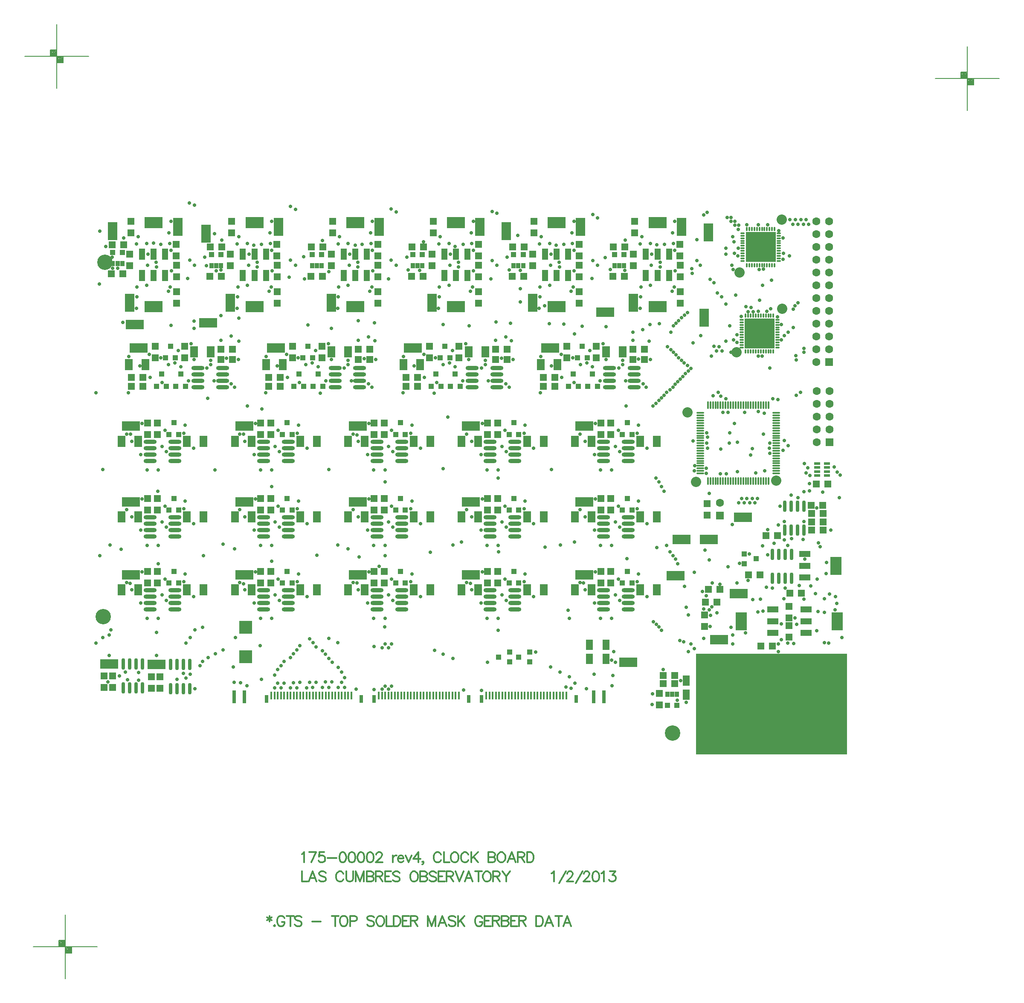
<source format=gts>
%FSLAX23Y23*%
%MOIN*%
G70*
G01*
G75*
G04 Layer_Color=8388736*
%ADD10O,0.061X0.010*%
%ADD11O,0.010X0.061*%
%ADD12R,0.035X0.037*%
%ADD13R,0.035X0.037*%
%ADD14R,0.085X0.043*%
%ADD15R,0.085X0.043*%
%ADD16R,0.085X0.138*%
%ADD17R,0.135X0.070*%
%ADD18R,0.036X0.036*%
%ADD19R,0.028X0.036*%
%ADD20R,0.036X0.036*%
%ADD21R,0.100X0.100*%
%ADD22R,0.048X0.078*%
%ADD23R,0.060X0.086*%
%ADD24O,0.024X0.087*%
%ADD25R,0.045X0.017*%
%ADD26R,0.030X0.100*%
%ADD27R,0.014X0.060*%
%ADD28R,0.031X0.060*%
%ADD29O,0.008X0.033*%
%ADD30O,0.033X0.008*%
%ADD31R,0.228X0.228*%
%ADD32O,0.098X0.028*%
%ADD33R,0.050X0.050*%
%ADD34R,0.050X0.050*%
%ADD35R,0.037X0.035*%
%ADD36R,0.037X0.035*%
%ADD37R,0.070X0.135*%
%ADD38R,0.138X0.085*%
%ADD39R,0.043X0.085*%
%ADD40R,0.043X0.085*%
%ADD41C,0.040*%
%ADD42C,0.005*%
%ADD43C,0.010*%
%ADD44C,0.020*%
%ADD45C,0.007*%
%ADD46C,0.012*%
%ADD47R,1.181X0.787*%
%ADD48C,0.008*%
%ADD49C,0.012*%
%ADD50C,0.012*%
%ADD51C,0.020*%
%ADD52C,0.026*%
%ADD53C,0.059*%
%ADD54R,0.059X0.059*%
%ADD55C,0.050*%
%ADD56C,0.236*%
%ADD57C,0.024*%
%ADD58C,0.040*%
%ADD59C,0.030*%
%ADD60C,0.033*%
%ADD61C,0.055*%
G04:AMPARAMS|DCode=62|XSize=70mil|YSize=70mil|CornerRadius=0mil|HoleSize=0mil|Usage=FLASHONLY|Rotation=0.000|XOffset=0mil|YOffset=0mil|HoleType=Round|Shape=Relief|Width=10mil|Gap=10mil|Entries=4|*
%AMTHD62*
7,0,0,0.070,0.050,0.010,45*
%
%ADD62THD62*%
G04:AMPARAMS|DCode=63|XSize=95.433mil|YSize=95.433mil|CornerRadius=0mil|HoleSize=0mil|Usage=FLASHONLY|Rotation=0.000|XOffset=0mil|YOffset=0mil|HoleType=Round|Shape=Relief|Width=10mil|Gap=10mil|Entries=4|*
%AMTHD63*
7,0,0,0.095,0.075,0.010,45*
%
%ADD63THD63*%
%ADD64C,0.045*%
%ADD65R,0.065X0.024*%
%ADD66R,0.094X0.102*%
%ADD67R,0.075X0.063*%
%ADD68O,0.028X0.098*%
%ADD69O,0.087X0.024*%
%ADD70R,0.078X0.048*%
%ADD71R,1.181X0.787*%
%ADD72C,0.010*%
%ADD73C,0.024*%
%ADD74C,0.010*%
%ADD75C,0.008*%
%ADD76C,0.006*%
%ADD77R,0.240X0.165*%
%ADD78R,1.181X0.787*%
%ADD79O,0.065X0.014*%
%ADD80O,0.014X0.065*%
%ADD81R,0.039X0.041*%
%ADD82R,0.039X0.041*%
%ADD83R,0.089X0.047*%
%ADD84R,0.089X0.047*%
%ADD85R,0.089X0.142*%
%ADD86R,0.139X0.074*%
%ADD87R,0.040X0.040*%
%ADD88R,0.032X0.040*%
%ADD89R,0.040X0.040*%
%ADD90R,0.104X0.104*%
%ADD91R,0.052X0.082*%
%ADD92R,0.064X0.090*%
%ADD93O,0.028X0.091*%
%ADD94R,0.049X0.021*%
%ADD95O,0.012X0.037*%
%ADD96O,0.037X0.012*%
%ADD97R,0.232X0.232*%
%ADD98O,0.102X0.032*%
%ADD99R,0.054X0.054*%
%ADD100R,0.054X0.054*%
%ADD101R,0.041X0.039*%
%ADD102R,0.041X0.039*%
%ADD103R,0.074X0.139*%
%ADD104R,0.142X0.089*%
%ADD105R,0.047X0.089*%
%ADD106R,0.047X0.089*%
%ADD107C,0.120*%
%ADD108C,0.080*%
%ADD109C,0.030*%
%ADD110C,0.063*%
%ADD111R,0.063X0.063*%
%ADD112C,0.054*%
%ADD113C,0.240*%
%ADD114C,0.028*%
D26*
X25320Y15794D02*
D03*
X25241D02*
D03*
X22510Y15794D02*
D03*
X22431D02*
D03*
D27*
X22722Y15803D02*
D03*
X22747D02*
D03*
X22772D02*
D03*
X22797D02*
D03*
X22822D02*
D03*
X22847D02*
D03*
X22872D02*
D03*
X22897D02*
D03*
X22922D02*
D03*
X22947D02*
D03*
X22972D02*
D03*
X22997D02*
D03*
X23022D02*
D03*
X23047D02*
D03*
X23072D02*
D03*
X23097D02*
D03*
X23122D02*
D03*
X23147D02*
D03*
X23172D02*
D03*
X23197D02*
D03*
X23222D02*
D03*
X23247D02*
D03*
X23272D02*
D03*
X23297D02*
D03*
X23322D02*
D03*
X23347D02*
D03*
X23562D02*
D03*
X23587D02*
D03*
X23612D02*
D03*
X23637D02*
D03*
X23662D02*
D03*
X23687D02*
D03*
X23712D02*
D03*
X23737D02*
D03*
X23762D02*
D03*
X23787D02*
D03*
X23812D02*
D03*
X23837D02*
D03*
X23862D02*
D03*
X23887D02*
D03*
X23912D02*
D03*
X23937D02*
D03*
X23962D02*
D03*
X23987D02*
D03*
X24012D02*
D03*
X24037D02*
D03*
X24062D02*
D03*
X24087D02*
D03*
X24112D02*
D03*
X24137D02*
D03*
X24162D02*
D03*
X24187D02*
D03*
X24403Y15804D02*
D03*
X24428D02*
D03*
X24453D02*
D03*
X24478D02*
D03*
X24503D02*
D03*
X24528D02*
D03*
X24553D02*
D03*
X24578D02*
D03*
X24603D02*
D03*
X24628D02*
D03*
X24653D02*
D03*
X24678D02*
D03*
X24703D02*
D03*
X24728D02*
D03*
X24753D02*
D03*
X24778D02*
D03*
X24803D02*
D03*
X24828D02*
D03*
X24853D02*
D03*
X24878D02*
D03*
X24903D02*
D03*
X24928D02*
D03*
X24953D02*
D03*
X24978D02*
D03*
X25003D02*
D03*
X25028D02*
D03*
D28*
X25105Y15776D02*
D03*
X24365D02*
D03*
X24265D02*
D03*
X23525D02*
D03*
X23425D02*
D03*
X22685D02*
D03*
D46*
X22707Y14080D02*
Y14035D01*
X22688Y14069D02*
X22726Y14046D01*
Y14069D02*
X22688Y14046D01*
X22747Y14008D02*
X22743Y14004D01*
X22747Y14000D01*
X22750Y14004D01*
X22747Y14008D01*
X22825Y14061D02*
X22821Y14069D01*
X22814Y14077D01*
X22806Y14080D01*
X22791D01*
X22783Y14077D01*
X22775Y14069D01*
X22772Y14061D01*
X22768Y14050D01*
Y14031D01*
X22772Y14020D01*
X22775Y14012D01*
X22783Y14004D01*
X22791Y14000D01*
X22806D01*
X22814Y14004D01*
X22821Y14012D01*
X22825Y14020D01*
Y14031D01*
X22806D02*
X22825D01*
X22870Y14080D02*
Y14000D01*
X22843Y14080D02*
X22897D01*
X22959Y14069D02*
X22952Y14077D01*
X22940Y14080D01*
X22925D01*
X22914Y14077D01*
X22906Y14069D01*
Y14061D01*
X22910Y14054D01*
X22914Y14050D01*
X22921Y14046D01*
X22944Y14039D01*
X22952Y14035D01*
X22956Y14031D01*
X22959Y14023D01*
Y14012D01*
X22952Y14004D01*
X22940Y14000D01*
X22925D01*
X22914Y14004D01*
X22906Y14012D01*
X23040Y14035D02*
X23109D01*
X23222Y14080D02*
Y14000D01*
X23195Y14080D02*
X23249D01*
X23281D02*
X23273Y14077D01*
X23266Y14069D01*
X23262Y14061D01*
X23258Y14050D01*
Y14031D01*
X23262Y14020D01*
X23266Y14012D01*
X23273Y14004D01*
X23281Y14000D01*
X23296D01*
X23304Y14004D01*
X23311Y14012D01*
X23315Y14020D01*
X23319Y14031D01*
Y14050D01*
X23315Y14061D01*
X23311Y14069D01*
X23304Y14077D01*
X23296Y14080D01*
X23281D01*
X23338Y14039D02*
X23372D01*
X23383Y14042D01*
X23387Y14046D01*
X23391Y14054D01*
Y14065D01*
X23387Y14073D01*
X23383Y14077D01*
X23372Y14080D01*
X23338D01*
Y14000D01*
X23525Y14069D02*
X23517Y14077D01*
X23506Y14080D01*
X23491D01*
X23479Y14077D01*
X23472Y14069D01*
Y14061D01*
X23476Y14054D01*
X23479Y14050D01*
X23487Y14046D01*
X23510Y14039D01*
X23517Y14035D01*
X23521Y14031D01*
X23525Y14023D01*
Y14012D01*
X23517Y14004D01*
X23506Y14000D01*
X23491D01*
X23479Y14004D01*
X23472Y14012D01*
X23566Y14080D02*
X23558Y14077D01*
X23551Y14069D01*
X23547Y14061D01*
X23543Y14050D01*
Y14031D01*
X23547Y14020D01*
X23551Y14012D01*
X23558Y14004D01*
X23566Y14000D01*
X23581D01*
X23589Y14004D01*
X23596Y14012D01*
X23600Y14020D01*
X23604Y14031D01*
Y14050D01*
X23600Y14061D01*
X23596Y14069D01*
X23589Y14077D01*
X23581Y14080D01*
X23566D01*
X23623D02*
Y14000D01*
X23668D01*
X23677Y14080D02*
Y14000D01*
Y14080D02*
X23704D01*
X23715Y14077D01*
X23723Y14069D01*
X23727Y14061D01*
X23730Y14050D01*
Y14031D01*
X23727Y14020D01*
X23723Y14012D01*
X23715Y14004D01*
X23704Y14000D01*
X23677D01*
X23798Y14080D02*
X23748D01*
Y14000D01*
X23798D01*
X23748Y14042D02*
X23779D01*
X23811Y14080D02*
Y14000D01*
Y14080D02*
X23845D01*
X23857Y14077D01*
X23861Y14073D01*
X23864Y14065D01*
Y14058D01*
X23861Y14050D01*
X23857Y14046D01*
X23845Y14042D01*
X23811D01*
X23838D02*
X23864Y14000D01*
X23945Y14080D02*
Y14000D01*
Y14080D02*
X23976Y14000D01*
X24006Y14080D02*
X23976Y14000D01*
X24006Y14080D02*
Y14000D01*
X24090D02*
X24059Y14080D01*
X24029Y14000D01*
X24040Y14027D02*
X24078D01*
X24162Y14069D02*
X24154Y14077D01*
X24143Y14080D01*
X24128D01*
X24116Y14077D01*
X24109Y14069D01*
Y14061D01*
X24112Y14054D01*
X24116Y14050D01*
X24124Y14046D01*
X24147Y14039D01*
X24154Y14035D01*
X24158Y14031D01*
X24162Y14023D01*
Y14012D01*
X24154Y14004D01*
X24143Y14000D01*
X24128D01*
X24116Y14004D01*
X24109Y14012D01*
X24180Y14080D02*
Y14000D01*
X24233Y14080D02*
X24180Y14027D01*
X24199Y14046D02*
X24233Y14000D01*
X24371Y14061D02*
X24367Y14069D01*
X24360Y14077D01*
X24352Y14080D01*
X24337D01*
X24329Y14077D01*
X24321Y14069D01*
X24318Y14061D01*
X24314Y14050D01*
Y14031D01*
X24318Y14020D01*
X24321Y14012D01*
X24329Y14004D01*
X24337Y14000D01*
X24352D01*
X24360Y14004D01*
X24367Y14012D01*
X24371Y14020D01*
Y14031D01*
X24352D02*
X24371D01*
X24439Y14080D02*
X24389D01*
Y14000D01*
X24439D01*
X24389Y14042D02*
X24420D01*
X24452Y14080D02*
Y14000D01*
Y14080D02*
X24486D01*
X24498Y14077D01*
X24502Y14073D01*
X24505Y14065D01*
Y14058D01*
X24502Y14050D01*
X24498Y14046D01*
X24486Y14042D01*
X24452D01*
X24479D02*
X24505Y14000D01*
X24523Y14080D02*
Y14000D01*
Y14080D02*
X24558D01*
X24569Y14077D01*
X24573Y14073D01*
X24577Y14065D01*
Y14058D01*
X24573Y14050D01*
X24569Y14046D01*
X24558Y14042D01*
X24523D02*
X24558D01*
X24569Y14039D01*
X24573Y14035D01*
X24577Y14027D01*
Y14016D01*
X24573Y14008D01*
X24569Y14004D01*
X24558Y14000D01*
X24523D01*
X24644Y14080D02*
X24595D01*
Y14000D01*
X24644D01*
X24595Y14042D02*
X24625D01*
X24657Y14080D02*
Y14000D01*
Y14080D02*
X24692D01*
X24703Y14077D01*
X24707Y14073D01*
X24711Y14065D01*
Y14058D01*
X24707Y14050D01*
X24703Y14046D01*
X24692Y14042D01*
X24657D01*
X24684D02*
X24711Y14000D01*
X24791Y14080D02*
Y14000D01*
Y14080D02*
X24818D01*
X24830Y14077D01*
X24837Y14069D01*
X24841Y14061D01*
X24845Y14050D01*
Y14031D01*
X24841Y14020D01*
X24837Y14012D01*
X24830Y14004D01*
X24818Y14000D01*
X24791D01*
X24924D02*
X24893Y14080D01*
X24863Y14000D01*
X24874Y14027D02*
X24912D01*
X24969Y14080D02*
Y14000D01*
X24942Y14080D02*
X24996D01*
X25066Y14000D02*
X25036Y14080D01*
X25005Y14000D01*
X25017Y14027D02*
X25055D01*
D48*
X20861Y13840D02*
X21361D01*
X21111Y13590D02*
Y14090D01*
X21061Y13840D02*
Y13890D01*
X21111D01*
X21161Y13790D02*
Y13840D01*
X21111Y13790D02*
X21161D01*
X21116Y13835D02*
X21156D01*
Y13795D02*
Y13835D01*
X21116Y13795D02*
X21156D01*
X21116D02*
Y13835D01*
X21121Y13830D02*
X21151D01*
Y13800D02*
Y13830D01*
X21121Y13800D02*
X21151D01*
X21121D02*
Y13825D01*
X21126D02*
X21146D01*
Y13805D02*
Y13825D01*
X21126Y13805D02*
X21146D01*
X21126D02*
Y13820D01*
X21131D02*
X21141D01*
Y13810D02*
Y13820D01*
X21131Y13810D02*
X21141D01*
X21131D02*
Y13820D01*
Y13815D02*
X21141D01*
X21066Y13885D02*
X21106D01*
Y13845D02*
Y13885D01*
X21066Y13845D02*
X21106D01*
X21066D02*
Y13885D01*
X21071Y13880D02*
X21101D01*
Y13850D02*
Y13880D01*
X21071Y13850D02*
X21101D01*
X21071D02*
Y13875D01*
X21076D02*
X21096D01*
Y13855D02*
Y13875D01*
X21076Y13855D02*
X21096D01*
X21076D02*
Y13870D01*
X21081D02*
X21091D01*
Y13860D02*
Y13870D01*
X21081Y13860D02*
X21091D01*
X21081D02*
Y13870D01*
Y13865D02*
X21091D01*
X20796Y20800D02*
X21296D01*
X21046Y20550D02*
Y21050D01*
X20996Y20800D02*
Y20850D01*
X21046D01*
X21096Y20750D02*
Y20800D01*
X21046Y20750D02*
X21096D01*
X21051Y20795D02*
X21091D01*
Y20755D02*
Y20795D01*
X21051Y20755D02*
X21091D01*
X21051D02*
Y20795D01*
X21056Y20790D02*
X21086D01*
Y20760D02*
Y20790D01*
X21056Y20760D02*
X21086D01*
X21056D02*
Y20785D01*
X21061D02*
X21081D01*
Y20765D02*
Y20785D01*
X21061Y20765D02*
X21081D01*
X21061D02*
Y20780D01*
X21066D02*
X21076D01*
Y20770D02*
Y20780D01*
X21066Y20770D02*
X21076D01*
X21066D02*
Y20780D01*
Y20775D02*
X21076D01*
X21001Y20845D02*
X21041D01*
Y20805D02*
Y20845D01*
X21001Y20805D02*
X21041D01*
X21001D02*
Y20845D01*
X21006Y20840D02*
X21036D01*
Y20810D02*
Y20840D01*
X21006Y20810D02*
X21036D01*
X21006D02*
Y20835D01*
X21011D02*
X21031D01*
Y20815D02*
Y20835D01*
X21011Y20815D02*
X21031D01*
X21011D02*
Y20830D01*
X21016D02*
X21026D01*
Y20820D02*
Y20830D01*
X21016Y20820D02*
X21026D01*
X21016D02*
Y20830D01*
Y20825D02*
X21026D01*
X27911Y20625D02*
X28411D01*
X28161Y20375D02*
Y20875D01*
X28111Y20625D02*
Y20675D01*
X28161D01*
X28211Y20575D02*
Y20625D01*
X28161Y20575D02*
X28211D01*
X28166Y20620D02*
X28206D01*
Y20580D02*
Y20620D01*
X28166Y20580D02*
X28206D01*
X28166D02*
Y20620D01*
X28171Y20615D02*
X28201D01*
Y20585D02*
Y20615D01*
X28171Y20585D02*
X28201D01*
X28171D02*
Y20610D01*
X28176D02*
X28196D01*
Y20590D02*
Y20610D01*
X28176Y20590D02*
X28196D01*
X28176D02*
Y20605D01*
X28181D02*
X28191D01*
Y20595D02*
Y20605D01*
X28181Y20595D02*
X28191D01*
X28181D02*
Y20605D01*
Y20600D02*
X28191D01*
X28116Y20670D02*
X28156D01*
Y20630D02*
Y20670D01*
X28116Y20630D02*
X28156D01*
X28116D02*
Y20670D01*
X28121Y20665D02*
X28151D01*
Y20635D02*
Y20665D01*
X28121Y20635D02*
X28151D01*
X28121D02*
Y20660D01*
X28126D02*
X28146D01*
Y20640D02*
Y20660D01*
X28126Y20640D02*
X28146D01*
X28126D02*
Y20655D01*
X28131D02*
X28141D01*
Y20645D02*
Y20655D01*
X28131Y20645D02*
X28141D01*
X28131D02*
Y20655D01*
Y20650D02*
X28141D01*
D49*
X22960Y14428D02*
Y14348D01*
X23006D01*
X23076D02*
X23045Y14428D01*
X23015Y14348D01*
X23026Y14375D02*
X23064D01*
X23148Y14417D02*
X23140Y14424D01*
X23129Y14428D01*
X23113D01*
X23102Y14424D01*
X23094Y14417D01*
Y14409D01*
X23098Y14401D01*
X23102Y14398D01*
X23110Y14394D01*
X23132Y14386D01*
X23140Y14382D01*
X23144Y14379D01*
X23148Y14371D01*
Y14360D01*
X23140Y14352D01*
X23129Y14348D01*
X23113D01*
X23102Y14352D01*
X23094Y14360D01*
X23286Y14409D02*
X23282Y14417D01*
X23274Y14424D01*
X23267Y14428D01*
X23251D01*
X23244Y14424D01*
X23236Y14417D01*
X23232Y14409D01*
X23228Y14398D01*
Y14379D01*
X23232Y14367D01*
X23236Y14360D01*
X23244Y14352D01*
X23251Y14348D01*
X23267D01*
X23274Y14352D01*
X23282Y14360D01*
X23286Y14367D01*
X23308Y14428D02*
Y14371D01*
X23312Y14360D01*
X23319Y14352D01*
X23331Y14348D01*
X23339D01*
X23350Y14352D01*
X23358Y14360D01*
X23361Y14371D01*
Y14428D01*
X23383D02*
Y14348D01*
Y14428D02*
X23414Y14348D01*
X23444Y14428D02*
X23414Y14348D01*
X23444Y14428D02*
Y14348D01*
X23467Y14428D02*
Y14348D01*
Y14428D02*
X23502D01*
X23513Y14424D01*
X23517Y14420D01*
X23521Y14413D01*
Y14405D01*
X23517Y14398D01*
X23513Y14394D01*
X23502Y14390D01*
X23467D02*
X23502D01*
X23513Y14386D01*
X23517Y14382D01*
X23521Y14375D01*
Y14363D01*
X23517Y14356D01*
X23513Y14352D01*
X23502Y14348D01*
X23467D01*
X23538Y14428D02*
Y14348D01*
Y14428D02*
X23573D01*
X23584Y14424D01*
X23588Y14420D01*
X23592Y14413D01*
Y14405D01*
X23588Y14398D01*
X23584Y14394D01*
X23573Y14390D01*
X23538D01*
X23565D02*
X23592Y14348D01*
X23659Y14428D02*
X23610D01*
Y14348D01*
X23659D01*
X23610Y14390D02*
X23640D01*
X23726Y14417D02*
X23718Y14424D01*
X23707Y14428D01*
X23692D01*
X23680Y14424D01*
X23673Y14417D01*
Y14409D01*
X23676Y14401D01*
X23680Y14398D01*
X23688Y14394D01*
X23711Y14386D01*
X23718Y14382D01*
X23722Y14379D01*
X23726Y14371D01*
Y14360D01*
X23718Y14352D01*
X23707Y14348D01*
X23692D01*
X23680Y14352D01*
X23673Y14360D01*
X23829Y14428D02*
X23822Y14424D01*
X23814Y14417D01*
X23810Y14409D01*
X23807Y14398D01*
Y14379D01*
X23810Y14367D01*
X23814Y14360D01*
X23822Y14352D01*
X23829Y14348D01*
X23845D01*
X23852Y14352D01*
X23860Y14360D01*
X23864Y14367D01*
X23868Y14379D01*
Y14398D01*
X23864Y14409D01*
X23860Y14417D01*
X23852Y14424D01*
X23845Y14428D01*
X23829D01*
X23886D02*
Y14348D01*
Y14428D02*
X23920D01*
X23932Y14424D01*
X23936Y14420D01*
X23940Y14413D01*
Y14405D01*
X23936Y14398D01*
X23932Y14394D01*
X23920Y14390D01*
X23886D02*
X23920D01*
X23932Y14386D01*
X23936Y14382D01*
X23940Y14375D01*
Y14363D01*
X23936Y14356D01*
X23932Y14352D01*
X23920Y14348D01*
X23886D01*
X24011Y14417D02*
X24003Y14424D01*
X23992Y14428D01*
X23976D01*
X23965Y14424D01*
X23957Y14417D01*
Y14409D01*
X23961Y14401D01*
X23965Y14398D01*
X23973Y14394D01*
X23996Y14386D01*
X24003Y14382D01*
X24007Y14379D01*
X24011Y14371D01*
Y14360D01*
X24003Y14352D01*
X23992Y14348D01*
X23976D01*
X23965Y14352D01*
X23957Y14360D01*
X24078Y14428D02*
X24029D01*
Y14348D01*
X24078D01*
X24029Y14390D02*
X24059D01*
X24091Y14428D02*
Y14348D01*
Y14428D02*
X24126D01*
X24137Y14424D01*
X24141Y14420D01*
X24145Y14413D01*
Y14405D01*
X24141Y14398D01*
X24137Y14394D01*
X24126Y14390D01*
X24091D01*
X24118D02*
X24145Y14348D01*
X24163Y14428D02*
X24193Y14348D01*
X24224Y14428D02*
X24193Y14348D01*
X24295D02*
X24264Y14428D01*
X24234Y14348D01*
X24245Y14375D02*
X24283D01*
X24340Y14428D02*
Y14348D01*
X24314Y14428D02*
X24367D01*
X24399D02*
X24392Y14424D01*
X24384Y14417D01*
X24380Y14409D01*
X24376Y14398D01*
Y14379D01*
X24380Y14367D01*
X24384Y14360D01*
X24392Y14352D01*
X24399Y14348D01*
X24414D01*
X24422Y14352D01*
X24430Y14360D01*
X24434Y14367D01*
X24437Y14379D01*
Y14398D01*
X24434Y14409D01*
X24430Y14417D01*
X24422Y14424D01*
X24414Y14428D01*
X24399D01*
X24456D02*
Y14348D01*
Y14428D02*
X24490D01*
X24502Y14424D01*
X24505Y14420D01*
X24509Y14413D01*
Y14405D01*
X24505Y14398D01*
X24502Y14394D01*
X24490Y14390D01*
X24456D01*
X24483D02*
X24509Y14348D01*
X24527Y14428D02*
X24558Y14390D01*
Y14348D01*
X24588Y14428D02*
X24558Y14390D01*
X24913Y14413D02*
X24920Y14417D01*
X24932Y14428D01*
Y14348D01*
X24971Y14337D02*
X25025Y14428D01*
X25034Y14409D02*
Y14413D01*
X25038Y14420D01*
X25041Y14424D01*
X25049Y14428D01*
X25064D01*
X25072Y14424D01*
X25076Y14420D01*
X25079Y14413D01*
Y14405D01*
X25076Y14398D01*
X25068Y14386D01*
X25030Y14348D01*
X25083D01*
X25101Y14337D02*
X25154Y14428D01*
X25164Y14409D02*
Y14413D01*
X25167Y14420D01*
X25171Y14424D01*
X25179Y14428D01*
X25194D01*
X25202Y14424D01*
X25206Y14420D01*
X25209Y14413D01*
Y14405D01*
X25206Y14398D01*
X25198Y14386D01*
X25160Y14348D01*
X25213D01*
X25254Y14428D02*
X25242Y14424D01*
X25235Y14413D01*
X25231Y14394D01*
Y14382D01*
X25235Y14363D01*
X25242Y14352D01*
X25254Y14348D01*
X25262D01*
X25273Y14352D01*
X25281Y14363D01*
X25284Y14382D01*
Y14394D01*
X25281Y14413D01*
X25273Y14424D01*
X25262Y14428D01*
X25254D01*
X25302Y14413D02*
X25310Y14417D01*
X25321Y14428D01*
Y14348D01*
X25369Y14428D02*
X25410D01*
X25388Y14398D01*
X25399D01*
X25407Y14394D01*
X25410Y14390D01*
X25414Y14379D01*
Y14371D01*
X25410Y14360D01*
X25403Y14352D01*
X25391Y14348D01*
X25380D01*
X25369Y14352D01*
X25365Y14356D01*
X25361Y14363D01*
D50*
X22960Y14563D02*
X22968Y14567D01*
X22979Y14578D01*
Y14498D01*
X23072Y14578D02*
X23034Y14498D01*
X23019Y14578D02*
X23072D01*
X23136D02*
X23098D01*
X23094Y14544D01*
X23098Y14548D01*
X23109Y14551D01*
X23121D01*
X23132Y14548D01*
X23140Y14540D01*
X23143Y14529D01*
Y14521D01*
X23140Y14510D01*
X23132Y14502D01*
X23121Y14498D01*
X23109D01*
X23098Y14502D01*
X23094Y14506D01*
X23090Y14513D01*
X23161Y14532D02*
X23230D01*
X23276Y14578D02*
X23265Y14574D01*
X23257Y14563D01*
X23254Y14544D01*
Y14532D01*
X23257Y14513D01*
X23265Y14502D01*
X23276Y14498D01*
X23284D01*
X23295Y14502D01*
X23303Y14513D01*
X23307Y14532D01*
Y14544D01*
X23303Y14563D01*
X23295Y14574D01*
X23284Y14578D01*
X23276D01*
X23348D02*
X23336Y14574D01*
X23329Y14563D01*
X23325Y14544D01*
Y14532D01*
X23329Y14513D01*
X23336Y14502D01*
X23348Y14498D01*
X23355D01*
X23367Y14502D01*
X23374Y14513D01*
X23378Y14532D01*
Y14544D01*
X23374Y14563D01*
X23367Y14574D01*
X23355Y14578D01*
X23348D01*
X23419D02*
X23407Y14574D01*
X23400Y14563D01*
X23396Y14544D01*
Y14532D01*
X23400Y14513D01*
X23407Y14502D01*
X23419Y14498D01*
X23426D01*
X23438Y14502D01*
X23446Y14513D01*
X23449Y14532D01*
Y14544D01*
X23446Y14563D01*
X23438Y14574D01*
X23426Y14578D01*
X23419D01*
X23490D02*
X23479Y14574D01*
X23471Y14563D01*
X23467Y14544D01*
Y14532D01*
X23471Y14513D01*
X23479Y14502D01*
X23490Y14498D01*
X23498D01*
X23509Y14502D01*
X23517Y14513D01*
X23521Y14532D01*
Y14544D01*
X23517Y14563D01*
X23509Y14574D01*
X23498Y14578D01*
X23490D01*
X23542Y14559D02*
Y14563D01*
X23546Y14570D01*
X23550Y14574D01*
X23558Y14578D01*
X23573D01*
X23580Y14574D01*
X23584Y14570D01*
X23588Y14563D01*
Y14555D01*
X23584Y14548D01*
X23577Y14536D01*
X23538Y14498D01*
X23592D01*
X23673Y14551D02*
Y14498D01*
Y14529D02*
X23676Y14540D01*
X23684Y14548D01*
X23692Y14551D01*
X23703D01*
X23710Y14529D02*
X23756D01*
Y14536D01*
X23752Y14544D01*
X23748Y14548D01*
X23741Y14551D01*
X23729D01*
X23722Y14548D01*
X23714Y14540D01*
X23710Y14529D01*
Y14521D01*
X23714Y14510D01*
X23722Y14502D01*
X23729Y14498D01*
X23741D01*
X23748Y14502D01*
X23756Y14510D01*
X23773Y14551D02*
X23796Y14498D01*
X23819Y14551D02*
X23796Y14498D01*
X23870Y14578D02*
X23832Y14525D01*
X23889D01*
X23870Y14578D02*
Y14498D01*
X23911Y14502D02*
X23907Y14498D01*
X23903Y14502D01*
X23907Y14506D01*
X23911Y14502D01*
Y14494D01*
X23907Y14487D01*
X23903Y14483D01*
X24048Y14559D02*
X24044Y14567D01*
X24037Y14574D01*
X24029Y14578D01*
X24014D01*
X24006Y14574D01*
X23999Y14567D01*
X23995Y14559D01*
X23991Y14548D01*
Y14529D01*
X23995Y14517D01*
X23999Y14510D01*
X24006Y14502D01*
X24014Y14498D01*
X24029D01*
X24037Y14502D01*
X24044Y14510D01*
X24048Y14517D01*
X24071Y14578D02*
Y14498D01*
X24116D01*
X24148Y14578D02*
X24140Y14574D01*
X24133Y14567D01*
X24129Y14559D01*
X24125Y14548D01*
Y14529D01*
X24129Y14517D01*
X24133Y14510D01*
X24140Y14502D01*
X24148Y14498D01*
X24163D01*
X24171Y14502D01*
X24178Y14510D01*
X24182Y14517D01*
X24186Y14529D01*
Y14548D01*
X24182Y14559D01*
X24178Y14567D01*
X24171Y14574D01*
X24163Y14578D01*
X24148D01*
X24262Y14559D02*
X24258Y14567D01*
X24250Y14574D01*
X24243Y14578D01*
X24227D01*
X24220Y14574D01*
X24212Y14567D01*
X24208Y14559D01*
X24205Y14548D01*
Y14529D01*
X24208Y14517D01*
X24212Y14510D01*
X24220Y14502D01*
X24227Y14498D01*
X24243D01*
X24250Y14502D01*
X24258Y14510D01*
X24262Y14517D01*
X24284Y14578D02*
Y14498D01*
X24338Y14578D02*
X24284Y14525D01*
X24303Y14544D02*
X24338Y14498D01*
X24418Y14578D02*
Y14498D01*
Y14578D02*
X24453D01*
X24464Y14574D01*
X24468Y14570D01*
X24472Y14563D01*
Y14555D01*
X24468Y14548D01*
X24464Y14544D01*
X24453Y14540D01*
X24418D02*
X24453D01*
X24464Y14536D01*
X24468Y14532D01*
X24472Y14525D01*
Y14513D01*
X24468Y14506D01*
X24464Y14502D01*
X24453Y14498D01*
X24418D01*
X24512Y14578D02*
X24505Y14574D01*
X24497Y14567D01*
X24493Y14559D01*
X24489Y14548D01*
Y14529D01*
X24493Y14517D01*
X24497Y14510D01*
X24505Y14502D01*
X24512Y14498D01*
X24528D01*
X24535Y14502D01*
X24543Y14510D01*
X24547Y14517D01*
X24550Y14529D01*
Y14548D01*
X24547Y14559D01*
X24543Y14567D01*
X24535Y14574D01*
X24528Y14578D01*
X24512D01*
X24630Y14498D02*
X24600Y14578D01*
X24569Y14498D01*
X24581Y14525D02*
X24619D01*
X24649Y14578D02*
Y14498D01*
Y14578D02*
X24683D01*
X24694Y14574D01*
X24698Y14570D01*
X24702Y14563D01*
Y14555D01*
X24698Y14548D01*
X24694Y14544D01*
X24683Y14540D01*
X24649D01*
X24675D02*
X24702Y14498D01*
X24720Y14578D02*
Y14498D01*
Y14578D02*
X24747D01*
X24758Y14574D01*
X24766Y14567D01*
X24769Y14559D01*
X24773Y14548D01*
Y14529D01*
X24769Y14517D01*
X24766Y14510D01*
X24758Y14502D01*
X24747Y14498D01*
X24720D01*
D52*
X26500Y19355D02*
D03*
X26452Y19308D02*
D03*
Y19214D02*
D03*
X26491Y18679D02*
D03*
X26443Y18631D02*
D03*
Y18537D02*
D03*
D57*
X26420Y16345D02*
D03*
Y16384D02*
D03*
Y16424D02*
D03*
X26381D02*
D03*
Y16384D02*
D03*
Y16345D02*
D03*
X27151Y16857D02*
D03*
Y16817D02*
D03*
Y16778D02*
D03*
X27111D02*
D03*
Y16817D02*
D03*
Y16857D02*
D03*
X21763Y19514D02*
D03*
X21803D02*
D03*
X21842D02*
D03*
Y19475D02*
D03*
X21803D02*
D03*
X21763D02*
D03*
X22551Y19514D02*
D03*
X22590D02*
D03*
X22629D02*
D03*
Y19475D02*
D03*
X22590D02*
D03*
X22551D02*
D03*
X23338Y19514D02*
D03*
X23377D02*
D03*
X23417D02*
D03*
Y19475D02*
D03*
X23377D02*
D03*
X23338D02*
D03*
X24125Y19514D02*
D03*
X24165D02*
D03*
X24204D02*
D03*
Y19475D02*
D03*
X24165D02*
D03*
X24125D02*
D03*
X24913Y19514D02*
D03*
X24952D02*
D03*
X24992D02*
D03*
Y19475D02*
D03*
X24952D02*
D03*
X24913D02*
D03*
X25700Y19475D02*
D03*
X25740D02*
D03*
X25779D02*
D03*
Y19514D02*
D03*
X25740D02*
D03*
X25700D02*
D03*
X21842Y18825D02*
D03*
X21803D02*
D03*
X21763D02*
D03*
Y18864D02*
D03*
X21803D02*
D03*
X21842D02*
D03*
X22629Y18825D02*
D03*
X22590D02*
D03*
X22551D02*
D03*
Y18864D02*
D03*
X22590D02*
D03*
X22629D02*
D03*
X23417Y18825D02*
D03*
X23377D02*
D03*
X23338D02*
D03*
Y18864D02*
D03*
X23377D02*
D03*
X23417D02*
D03*
X24204Y18825D02*
D03*
X24165D02*
D03*
X24125D02*
D03*
Y18864D02*
D03*
X24165D02*
D03*
X24204D02*
D03*
X24992Y18825D02*
D03*
X24952D02*
D03*
X24913D02*
D03*
Y18864D02*
D03*
X24952D02*
D03*
X24992D02*
D03*
X25779Y18825D02*
D03*
X25740D02*
D03*
X25700D02*
D03*
Y18864D02*
D03*
X25740D02*
D03*
X25779D02*
D03*
X27161Y16424D02*
D03*
Y16384D02*
D03*
Y16345D02*
D03*
X27122D02*
D03*
Y16384D02*
D03*
Y16424D02*
D03*
D78*
X26631Y15735D02*
D03*
D79*
X26074Y18011D02*
D03*
Y17992D02*
D03*
Y17972D02*
D03*
Y17952D02*
D03*
Y17933D02*
D03*
Y17913D02*
D03*
Y17893D02*
D03*
Y17874D02*
D03*
Y17854D02*
D03*
Y17834D02*
D03*
Y17815D02*
D03*
Y17795D02*
D03*
Y17775D02*
D03*
Y17755D02*
D03*
Y17736D02*
D03*
Y17716D02*
D03*
Y17696D02*
D03*
Y17677D02*
D03*
Y17657D02*
D03*
Y17637D02*
D03*
Y17618D02*
D03*
Y17598D02*
D03*
Y17578D02*
D03*
Y17559D02*
D03*
Y17539D02*
D03*
X26667D02*
D03*
Y17559D02*
D03*
Y17578D02*
D03*
Y17598D02*
D03*
Y17618D02*
D03*
Y17637D02*
D03*
Y17657D02*
D03*
Y17677D02*
D03*
Y17696D02*
D03*
Y17716D02*
D03*
Y17736D02*
D03*
Y17755D02*
D03*
Y17775D02*
D03*
Y17795D02*
D03*
Y17815D02*
D03*
Y17834D02*
D03*
Y17854D02*
D03*
Y17874D02*
D03*
Y17893D02*
D03*
Y17913D02*
D03*
Y17933D02*
D03*
Y17952D02*
D03*
Y17972D02*
D03*
Y17992D02*
D03*
Y18011D02*
D03*
D80*
X26134Y17479D02*
D03*
X26154D02*
D03*
X26174D02*
D03*
X26194D02*
D03*
X26213D02*
D03*
X26233D02*
D03*
X26253D02*
D03*
X26272D02*
D03*
X26292D02*
D03*
X26312D02*
D03*
X26331D02*
D03*
X26351D02*
D03*
X26371D02*
D03*
X26390D02*
D03*
X26410D02*
D03*
X26430D02*
D03*
X26449D02*
D03*
X26469D02*
D03*
X26489D02*
D03*
X26508D02*
D03*
X26528D02*
D03*
X26548D02*
D03*
X26568D02*
D03*
X26587D02*
D03*
X26607D02*
D03*
Y18071D02*
D03*
X26587D02*
D03*
X26568D02*
D03*
X26548D02*
D03*
X26528D02*
D03*
X26508D02*
D03*
X26489D02*
D03*
X26469D02*
D03*
X26449D02*
D03*
X26430D02*
D03*
X26410D02*
D03*
X26390D02*
D03*
X26371D02*
D03*
X26351D02*
D03*
X26331D02*
D03*
X26312D02*
D03*
X26292D02*
D03*
X26272D02*
D03*
X26253D02*
D03*
X26233D02*
D03*
X26213D02*
D03*
X26194D02*
D03*
X26174D02*
D03*
X26154D02*
D03*
X26134D02*
D03*
D81*
X25504Y17935D02*
D03*
X25466Y17842D02*
D03*
X25195Y18219D02*
D03*
X25232Y18317D02*
D03*
X24580Y16681D02*
D03*
X24618Y16773D02*
D03*
X23695Y16681D02*
D03*
X23732Y16773D02*
D03*
X23695Y17252D02*
D03*
X23732Y17344D02*
D03*
X22809Y17252D02*
D03*
X22846Y17344D02*
D03*
X25466Y16681D02*
D03*
X25504Y16773D02*
D03*
X22809Y16681D02*
D03*
X22846Y16773D02*
D03*
X21923Y16681D02*
D03*
X21960Y16773D02*
D03*
X25466Y17252D02*
D03*
X25504Y17344D02*
D03*
X24580Y17252D02*
D03*
X24618Y17344D02*
D03*
X21923Y17252D02*
D03*
X21960Y17344D02*
D03*
X21826Y18219D02*
D03*
X21864Y18317D02*
D03*
X22899Y18219D02*
D03*
X22937Y18317D02*
D03*
X23972Y18219D02*
D03*
X24009Y18317D02*
D03*
X25045Y18219D02*
D03*
X25082Y18317D02*
D03*
X21976Y18219D02*
D03*
X22014Y18317D02*
D03*
X23049Y18219D02*
D03*
X23087Y18317D02*
D03*
X24122Y18219D02*
D03*
X24159Y18317D02*
D03*
X21960Y17935D02*
D03*
X21923Y17842D02*
D03*
X23732Y17935D02*
D03*
X23695Y17842D02*
D03*
X24618Y17935D02*
D03*
X24580Y17842D02*
D03*
X21934Y18534D02*
D03*
X21896Y18442D02*
D03*
X23007Y18534D02*
D03*
X22969Y18442D02*
D03*
X24079Y18534D02*
D03*
X24042Y18442D02*
D03*
X25152Y18534D02*
D03*
X25115Y18442D02*
D03*
X22846Y17935D02*
D03*
X22809Y17842D02*
D03*
D82*
X25541D02*
D03*
X25270Y18219D02*
D03*
X24655Y16681D02*
D03*
X23769D02*
D03*
X23769Y17252D02*
D03*
X22884Y17252D02*
D03*
X25541Y16681D02*
D03*
X22884D02*
D03*
X21998D02*
D03*
X25541Y17252D02*
D03*
X24655D02*
D03*
X21998D02*
D03*
X21901Y18219D02*
D03*
X22974D02*
D03*
X24047D02*
D03*
X25120D02*
D03*
X22051D02*
D03*
X23124D02*
D03*
X24197D02*
D03*
X21998Y17842D02*
D03*
X23769D02*
D03*
X24655D02*
D03*
X21971Y18442D02*
D03*
X23044D02*
D03*
X24117D02*
D03*
X25190D02*
D03*
X22884Y17842D02*
D03*
D83*
X26641Y16294D02*
D03*
Y16475D02*
D03*
X26891Y16727D02*
D03*
Y16908D02*
D03*
X26901Y16294D02*
D03*
Y16475D02*
D03*
D84*
X26641Y16384D02*
D03*
X26891Y16817D02*
D03*
X26901Y16384D02*
D03*
D85*
X26396Y16384D02*
D03*
X27135Y16817D02*
D03*
X27146Y16384D02*
D03*
D86*
X22228Y18716D02*
D03*
X24283Y16747D02*
D03*
X23397D02*
D03*
Y17317D02*
D03*
X22511Y17317D02*
D03*
X25169Y16747D02*
D03*
X22511D02*
D03*
X21626D02*
D03*
X25169Y17317D02*
D03*
X24283D02*
D03*
X21626D02*
D03*
X21825Y16045D02*
D03*
X21455Y16050D02*
D03*
X25929Y17024D02*
D03*
X26374Y16599D02*
D03*
X26223Y16239D02*
D03*
X25880Y16738D02*
D03*
X24902Y18518D02*
D03*
X23829D02*
D03*
X22757D02*
D03*
X21684D02*
D03*
X24283Y17908D02*
D03*
X23397D02*
D03*
X21626D02*
D03*
X22511D02*
D03*
X25169D02*
D03*
X21655Y18703D02*
D03*
X25333Y18798D02*
D03*
X26142Y17021D02*
D03*
X26407Y17196D02*
D03*
X25510Y16062D02*
D03*
D87*
X25478Y19248D02*
D03*
X25404D02*
D03*
X25819Y15727D02*
D03*
X25893D02*
D03*
X21557Y19265D02*
D03*
X21483D02*
D03*
X22328Y19248D02*
D03*
X22254D02*
D03*
X23116D02*
D03*
X23042D02*
D03*
X23903D02*
D03*
X23829D02*
D03*
X24690D02*
D03*
X24616D02*
D03*
D88*
X25441Y19162D02*
D03*
X25478D02*
D03*
X25404D02*
D03*
X25856Y15813D02*
D03*
X25819D02*
D03*
X25893D02*
D03*
X21520Y19179D02*
D03*
X21557D02*
D03*
X21483D02*
D03*
X22291Y19162D02*
D03*
X22328D02*
D03*
X22254D02*
D03*
X23079D02*
D03*
X23116D02*
D03*
X23042D02*
D03*
X23866D02*
D03*
X23903D02*
D03*
X23829D02*
D03*
X24653D02*
D03*
X24690D02*
D03*
X24616D02*
D03*
D89*
X24584Y16067D02*
D03*
X24498Y16104D02*
D03*
X24584Y16141D02*
D03*
X24740Y16067D02*
D03*
X24654Y16104D02*
D03*
X24740Y16141D02*
D03*
D90*
X22521Y16106D02*
D03*
Y16336D02*
D03*
D91*
X25209Y16199D02*
D03*
Y16089D02*
D03*
X25966Y15810D02*
D03*
Y15920D02*
D03*
X25337Y16199D02*
D03*
Y16089D02*
D03*
D92*
X25606Y17790D02*
D03*
X25736D02*
D03*
X24850Y16628D02*
D03*
X24720D02*
D03*
X23964D02*
D03*
X23834D02*
D03*
X23964Y17199D02*
D03*
X23834D02*
D03*
X23078Y17199D02*
D03*
X22948D02*
D03*
X24208Y16628D02*
D03*
X24338D02*
D03*
X23322D02*
D03*
X23452D02*
D03*
X23322Y17199D02*
D03*
X23452D02*
D03*
X22437Y17199D02*
D03*
X22567D02*
D03*
X25736Y16628D02*
D03*
X25606D02*
D03*
X23078Y16628D02*
D03*
X22948D02*
D03*
X22193D02*
D03*
X22063D02*
D03*
X25736Y17199D02*
D03*
X25606D02*
D03*
X24850D02*
D03*
X24720D02*
D03*
X22193D02*
D03*
X22063D02*
D03*
X25094Y16628D02*
D03*
X25224D02*
D03*
X22437Y16628D02*
D03*
X22567D02*
D03*
X21551D02*
D03*
X21681D02*
D03*
X25094Y17199D02*
D03*
X25224D02*
D03*
X24208D02*
D03*
X24338D02*
D03*
X21551D02*
D03*
X21681D02*
D03*
Y17790D02*
D03*
X21551D02*
D03*
X23452D02*
D03*
X23322D02*
D03*
X24338D02*
D03*
X24208D02*
D03*
X22063D02*
D03*
X22193D02*
D03*
X23834D02*
D03*
X23964D02*
D03*
X24720D02*
D03*
X24850D02*
D03*
X22249Y18488D02*
D03*
X22119D02*
D03*
X23192D02*
D03*
X23322D02*
D03*
X24394D02*
D03*
X24264D02*
D03*
X25467D02*
D03*
X25337D02*
D03*
X21739Y18388D02*
D03*
X21609D02*
D03*
X22682D02*
D03*
X22812D02*
D03*
X23884D02*
D03*
X23754D02*
D03*
X24957D02*
D03*
X24827D02*
D03*
X22567Y17790D02*
D03*
X22437D02*
D03*
X25224D02*
D03*
X25094D02*
D03*
X22948D02*
D03*
X23078D02*
D03*
D93*
X26885Y17284D02*
D03*
X26835D02*
D03*
X26785D02*
D03*
X26735D02*
D03*
X26885Y17095D02*
D03*
X26835D02*
D03*
X26785D02*
D03*
X26735D02*
D03*
X22085Y16045D02*
D03*
X22035D02*
D03*
X21985D02*
D03*
X21935D02*
D03*
X22085Y15856D02*
D03*
X22035D02*
D03*
X21985D02*
D03*
X21935D02*
D03*
X26788Y16907D02*
D03*
X26738D02*
D03*
X26688D02*
D03*
X26638D02*
D03*
X26788Y16718D02*
D03*
X26738D02*
D03*
X26688D02*
D03*
X26638D02*
D03*
X21715Y16050D02*
D03*
X21665D02*
D03*
X21615D02*
D03*
X21565D02*
D03*
X21715Y15861D02*
D03*
X21665D02*
D03*
X21615D02*
D03*
X21565D02*
D03*
D94*
X26989Y17617D02*
D03*
Y17586D02*
D03*
Y17554D02*
D03*
Y17523D02*
D03*
X27066D02*
D03*
Y17554D02*
D03*
Y17586D02*
D03*
Y17617D02*
D03*
D95*
X26616Y19167D02*
D03*
X26438D02*
D03*
X26458D02*
D03*
X26478D02*
D03*
X26498D02*
D03*
X26517D02*
D03*
X26537D02*
D03*
X26557D02*
D03*
X26576D02*
D03*
X26596D02*
D03*
X26635D02*
D03*
X26655D02*
D03*
Y19449D02*
D03*
X26635D02*
D03*
X26616D02*
D03*
X26596D02*
D03*
X26576D02*
D03*
X26557D02*
D03*
X26537D02*
D03*
X26517D02*
D03*
X26498D02*
D03*
X26478D02*
D03*
X26458D02*
D03*
X26438D02*
D03*
X26429Y18491D02*
D03*
X26449D02*
D03*
X26469D02*
D03*
X26489D02*
D03*
X26508D02*
D03*
X26528D02*
D03*
X26548D02*
D03*
X26567D02*
D03*
X26587D02*
D03*
X26607D02*
D03*
X26626D02*
D03*
X26646D02*
D03*
Y18772D02*
D03*
X26626D02*
D03*
X26607D02*
D03*
X26587D02*
D03*
X26567D02*
D03*
X26548D02*
D03*
X26528D02*
D03*
X26508D02*
D03*
X26489D02*
D03*
X26469D02*
D03*
X26449D02*
D03*
X26429D02*
D03*
D96*
X26406Y19200D02*
D03*
Y19416D02*
D03*
Y19397D02*
D03*
Y19377D02*
D03*
Y19357D02*
D03*
Y19338D02*
D03*
Y19318D02*
D03*
Y19298D02*
D03*
Y19278D02*
D03*
Y19259D02*
D03*
Y19239D02*
D03*
Y19219D02*
D03*
X26688Y19200D02*
D03*
Y19219D02*
D03*
Y19239D02*
D03*
Y19259D02*
D03*
Y19278D02*
D03*
Y19298D02*
D03*
Y19318D02*
D03*
Y19338D02*
D03*
Y19357D02*
D03*
Y19377D02*
D03*
Y19397D02*
D03*
Y19416D02*
D03*
X26397Y18740D02*
D03*
Y18720D02*
D03*
Y18700D02*
D03*
Y18680D02*
D03*
Y18661D02*
D03*
Y18641D02*
D03*
Y18621D02*
D03*
Y18602D02*
D03*
Y18582D02*
D03*
Y18562D02*
D03*
Y18543D02*
D03*
Y18523D02*
D03*
X26679D02*
D03*
Y18543D02*
D03*
Y18562D02*
D03*
Y18582D02*
D03*
Y18602D02*
D03*
Y18621D02*
D03*
Y18641D02*
D03*
Y18661D02*
D03*
Y18680D02*
D03*
Y18700D02*
D03*
Y18720D02*
D03*
Y18740D02*
D03*
D97*
X26547Y19308D02*
D03*
X26538Y18631D02*
D03*
D98*
X25511Y17636D02*
D03*
Y17686D02*
D03*
Y17736D02*
D03*
Y17786D02*
D03*
X25319Y17636D02*
D03*
Y17686D02*
D03*
Y17736D02*
D03*
Y17786D02*
D03*
X24433Y16625D02*
D03*
Y16575D02*
D03*
Y16525D02*
D03*
Y16475D02*
D03*
X24626Y16625D02*
D03*
Y16575D02*
D03*
Y16525D02*
D03*
Y16475D02*
D03*
X23547Y16625D02*
D03*
Y16575D02*
D03*
Y16525D02*
D03*
Y16475D02*
D03*
X23740Y16625D02*
D03*
Y16575D02*
D03*
Y16525D02*
D03*
Y16475D02*
D03*
X23547Y17196D02*
D03*
Y17146D02*
D03*
Y17096D02*
D03*
Y17046D02*
D03*
X23740Y17196D02*
D03*
Y17146D02*
D03*
Y17096D02*
D03*
Y17046D02*
D03*
X22661Y17196D02*
D03*
Y17146D02*
D03*
Y17096D02*
D03*
Y17046D02*
D03*
X22854Y17196D02*
D03*
Y17146D02*
D03*
Y17096D02*
D03*
Y17046D02*
D03*
X25319Y16625D02*
D03*
Y16575D02*
D03*
Y16525D02*
D03*
Y16475D02*
D03*
X25511Y16625D02*
D03*
Y16575D02*
D03*
Y16525D02*
D03*
Y16475D02*
D03*
X22661Y16625D02*
D03*
Y16575D02*
D03*
Y16525D02*
D03*
Y16475D02*
D03*
X22854Y16625D02*
D03*
Y16575D02*
D03*
Y16525D02*
D03*
Y16475D02*
D03*
X21775Y16625D02*
D03*
Y16575D02*
D03*
Y16525D02*
D03*
Y16475D02*
D03*
X21968Y16625D02*
D03*
Y16575D02*
D03*
Y16525D02*
D03*
Y16475D02*
D03*
X25319Y17196D02*
D03*
Y17146D02*
D03*
Y17096D02*
D03*
Y17046D02*
D03*
X25511Y17196D02*
D03*
Y17146D02*
D03*
Y17096D02*
D03*
Y17046D02*
D03*
X24433Y17196D02*
D03*
Y17146D02*
D03*
Y17096D02*
D03*
Y17046D02*
D03*
X24626Y17196D02*
D03*
Y17146D02*
D03*
Y17096D02*
D03*
Y17046D02*
D03*
X21775Y17196D02*
D03*
Y17146D02*
D03*
Y17096D02*
D03*
Y17046D02*
D03*
X21968Y17196D02*
D03*
Y17146D02*
D03*
Y17096D02*
D03*
Y17046D02*
D03*
X21968Y17636D02*
D03*
Y17686D02*
D03*
Y17736D02*
D03*
Y17786D02*
D03*
X21775Y17636D02*
D03*
Y17686D02*
D03*
Y17736D02*
D03*
Y17786D02*
D03*
X23740Y17636D02*
D03*
Y17686D02*
D03*
Y17736D02*
D03*
Y17786D02*
D03*
X23547Y17636D02*
D03*
Y17686D02*
D03*
Y17736D02*
D03*
Y17786D02*
D03*
X24626Y17636D02*
D03*
Y17686D02*
D03*
Y17736D02*
D03*
Y17786D02*
D03*
X24433Y17636D02*
D03*
Y17686D02*
D03*
Y17736D02*
D03*
Y17786D02*
D03*
X22340Y18213D02*
D03*
Y18263D02*
D03*
Y18313D02*
D03*
Y18363D02*
D03*
X22147Y18213D02*
D03*
Y18263D02*
D03*
Y18313D02*
D03*
Y18363D02*
D03*
X23413Y18213D02*
D03*
Y18263D02*
D03*
Y18313D02*
D03*
Y18363D02*
D03*
X23220Y18213D02*
D03*
Y18263D02*
D03*
Y18313D02*
D03*
Y18363D02*
D03*
X24486Y18213D02*
D03*
Y18263D02*
D03*
Y18313D02*
D03*
Y18363D02*
D03*
X24293Y18213D02*
D03*
Y18263D02*
D03*
Y18313D02*
D03*
Y18363D02*
D03*
X25559Y18213D02*
D03*
Y18263D02*
D03*
Y18313D02*
D03*
Y18363D02*
D03*
X25366Y18213D02*
D03*
Y18263D02*
D03*
Y18313D02*
D03*
Y18363D02*
D03*
X22854Y17636D02*
D03*
Y17686D02*
D03*
Y17736D02*
D03*
Y17786D02*
D03*
X22661Y17636D02*
D03*
Y17686D02*
D03*
Y17736D02*
D03*
Y17786D02*
D03*
D99*
X26114Y16532D02*
D03*
X26204D02*
D03*
X26138Y16633D02*
D03*
X26228D02*
D03*
X26453Y16746D02*
D03*
X26543D02*
D03*
X26865Y16604D02*
D03*
X26775D02*
D03*
X27032Y17290D02*
D03*
X26942D02*
D03*
X26980Y17457D02*
D03*
X27070D02*
D03*
X26945Y17225D02*
D03*
X27035D02*
D03*
X22329Y18508D02*
D03*
X22419D02*
D03*
X23492D02*
D03*
X23402D02*
D03*
X24474D02*
D03*
X24564D02*
D03*
X25547D02*
D03*
X25637D02*
D03*
X21719Y18218D02*
D03*
X21629D02*
D03*
X22702D02*
D03*
X22792D02*
D03*
X23864D02*
D03*
X23774D02*
D03*
X24937D02*
D03*
X24847D02*
D03*
X21629Y18288D02*
D03*
X21719D02*
D03*
X22702D02*
D03*
X22792D02*
D03*
X23774D02*
D03*
X23864D02*
D03*
X24847D02*
D03*
X24937D02*
D03*
X22419Y18428D02*
D03*
X22329D02*
D03*
X23492D02*
D03*
X23402D02*
D03*
X24564D02*
D03*
X24474D02*
D03*
X25637D02*
D03*
X25547D02*
D03*
X21563Y19099D02*
D03*
X21473D02*
D03*
X22333Y19080D02*
D03*
X22243D02*
D03*
X23121D02*
D03*
X23031D02*
D03*
X23908D02*
D03*
X23818D02*
D03*
X24695D02*
D03*
X24605D02*
D03*
X25393D02*
D03*
X25483D02*
D03*
X26945Y17160D02*
D03*
X27035D02*
D03*
X27035Y17095D02*
D03*
X26945D02*
D03*
X25786Y15960D02*
D03*
X25876D02*
D03*
X25786Y15895D02*
D03*
X25876D02*
D03*
X21478Y19325D02*
D03*
X21568D02*
D03*
X22246Y19308D02*
D03*
X22336D02*
D03*
X23034D02*
D03*
X23124D02*
D03*
X23821D02*
D03*
X23911D02*
D03*
X24608D02*
D03*
X24698D02*
D03*
X25396D02*
D03*
X25486D02*
D03*
X26637Y16188D02*
D03*
X26547D02*
D03*
X26588Y17051D02*
D03*
X26678D02*
D03*
D100*
X26107Y16431D02*
D03*
Y16341D02*
D03*
X24411Y16772D02*
D03*
Y16682D02*
D03*
X23525Y16772D02*
D03*
Y16682D02*
D03*
Y17343D02*
D03*
Y17253D02*
D03*
X22639Y17343D02*
D03*
Y17253D02*
D03*
X24490Y16772D02*
D03*
Y16682D02*
D03*
X23604Y16772D02*
D03*
Y16682D02*
D03*
Y17343D02*
D03*
Y17253D02*
D03*
X22718Y17343D02*
D03*
Y17253D02*
D03*
X25297Y16772D02*
D03*
Y16682D02*
D03*
X22639Y16772D02*
D03*
Y16682D02*
D03*
X21754Y16772D02*
D03*
Y16682D02*
D03*
X25297Y17343D02*
D03*
Y17253D02*
D03*
X24411Y17343D02*
D03*
Y17253D02*
D03*
X21754Y17343D02*
D03*
Y17253D02*
D03*
X25376Y16772D02*
D03*
Y16682D02*
D03*
X22718Y16772D02*
D03*
Y16682D02*
D03*
X21832Y16772D02*
D03*
Y16682D02*
D03*
X25376Y17343D02*
D03*
Y17253D02*
D03*
X24490Y17343D02*
D03*
Y17253D02*
D03*
X21832Y17343D02*
D03*
Y17253D02*
D03*
Y17843D02*
D03*
Y17933D02*
D03*
X23604Y17843D02*
D03*
Y17933D02*
D03*
X24490Y17843D02*
D03*
Y17933D02*
D03*
X21754Y17843D02*
D03*
Y17933D02*
D03*
X23525Y17843D02*
D03*
Y17933D02*
D03*
X24411Y17843D02*
D03*
Y17933D02*
D03*
X21814Y18443D02*
D03*
Y18533D02*
D03*
X22887Y18443D02*
D03*
Y18533D02*
D03*
X23959Y18443D02*
D03*
Y18533D02*
D03*
X25032Y18443D02*
D03*
Y18533D02*
D03*
X22044Y18443D02*
D03*
Y18533D02*
D03*
X23117Y18443D02*
D03*
Y18533D02*
D03*
X24189Y18443D02*
D03*
Y18533D02*
D03*
X25262Y18443D02*
D03*
Y18533D02*
D03*
X21415Y15955D02*
D03*
Y15865D02*
D03*
X26127Y17212D02*
D03*
Y17302D02*
D03*
X21616Y19164D02*
D03*
Y19254D02*
D03*
X22403Y19164D02*
D03*
Y19254D02*
D03*
X23190Y19164D02*
D03*
Y19254D02*
D03*
X23978Y19164D02*
D03*
Y19254D02*
D03*
X24765Y19164D02*
D03*
Y19254D02*
D03*
X25553Y19164D02*
D03*
Y19254D02*
D03*
X21980Y19075D02*
D03*
Y19165D02*
D03*
X22767Y19075D02*
D03*
Y19165D02*
D03*
X23555Y19075D02*
D03*
Y19165D02*
D03*
X24342Y19075D02*
D03*
Y19165D02*
D03*
X25129Y19075D02*
D03*
Y19165D02*
D03*
X25917Y19075D02*
D03*
Y19165D02*
D03*
X25756Y15820D02*
D03*
Y15730D02*
D03*
X21625Y19510D02*
D03*
Y19420D02*
D03*
X22413Y19510D02*
D03*
Y19420D02*
D03*
X23200Y19510D02*
D03*
Y19420D02*
D03*
X23988Y19510D02*
D03*
Y19420D02*
D03*
X24775Y19510D02*
D03*
Y19420D02*
D03*
X25562Y19510D02*
D03*
Y19420D02*
D03*
X21979Y19330D02*
D03*
Y19240D02*
D03*
X22766Y19330D02*
D03*
Y19240D02*
D03*
X23554Y19330D02*
D03*
Y19240D02*
D03*
X24341Y19330D02*
D03*
Y19240D02*
D03*
X25128Y19330D02*
D03*
Y19240D02*
D03*
X25916Y19330D02*
D03*
Y19240D02*
D03*
X21980Y18959D02*
D03*
Y18869D02*
D03*
X22767Y18959D02*
D03*
Y18869D02*
D03*
X23555Y18959D02*
D03*
Y18869D02*
D03*
X24342Y18959D02*
D03*
Y18869D02*
D03*
X25129Y18959D02*
D03*
Y18869D02*
D03*
X25917D02*
D03*
Y18959D02*
D03*
X26768Y16349D02*
D03*
Y16259D02*
D03*
Y16499D02*
D03*
Y16409D02*
D03*
X21850Y15860D02*
D03*
Y15950D02*
D03*
X21785Y15950D02*
D03*
Y15860D02*
D03*
X21480Y15865D02*
D03*
Y15955D02*
D03*
X22718Y17843D02*
D03*
Y17933D02*
D03*
X25376Y17843D02*
D03*
Y17933D02*
D03*
X22639Y17843D02*
D03*
Y17933D02*
D03*
X25297Y17843D02*
D03*
Y17933D02*
D03*
D101*
X26512Y16872D02*
D03*
X26419Y16909D02*
D03*
D102*
X26419Y16834D02*
D03*
D103*
X25553Y18873D02*
D03*
X24765D02*
D03*
X23978D02*
D03*
X23190D02*
D03*
X22403D02*
D03*
X21616D02*
D03*
X25927Y19465D02*
D03*
X25139D02*
D03*
X24352D02*
D03*
X23564D02*
D03*
X22777D02*
D03*
X21990D02*
D03*
X22212Y19411D02*
D03*
X24559Y19434D02*
D03*
X26137Y19422D02*
D03*
X21480Y19433D02*
D03*
X26105Y18755D02*
D03*
D104*
X21803Y19498D02*
D03*
X22590Y19498D02*
D03*
X23377Y19498D02*
D03*
X24165Y19498D02*
D03*
X24952Y19498D02*
D03*
X25740Y19498D02*
D03*
X21803Y18841D02*
D03*
X22590D02*
D03*
X23377D02*
D03*
X24165D02*
D03*
X24952D02*
D03*
X25740D02*
D03*
D105*
X21893Y19254D02*
D03*
X21712D02*
D03*
X22681Y19254D02*
D03*
X22499D02*
D03*
X23468Y19254D02*
D03*
X23287D02*
D03*
X24255Y19254D02*
D03*
X24074D02*
D03*
X25043Y19254D02*
D03*
X24862D02*
D03*
X25649Y19254D02*
D03*
X25830D02*
D03*
X21712Y19085D02*
D03*
X21893D02*
D03*
X22499D02*
D03*
X22681D02*
D03*
X23287D02*
D03*
X23468D02*
D03*
X24074D02*
D03*
X24255D02*
D03*
X24862D02*
D03*
X25043D02*
D03*
X25649Y19085D02*
D03*
X25830D02*
D03*
D106*
X21803Y19254D02*
D03*
X22590Y19254D02*
D03*
X23377Y19254D02*
D03*
X24165Y19254D02*
D03*
X24952Y19254D02*
D03*
X25740Y19254D02*
D03*
X21803Y19085D02*
D03*
X22590D02*
D03*
X23377D02*
D03*
X24165D02*
D03*
X24952D02*
D03*
X25740Y19085D02*
D03*
D107*
X21423Y19190D02*
D03*
X21409Y16420D02*
D03*
X25857Y15508D02*
D03*
D108*
X26668Y17483D02*
D03*
X26043Y17471D02*
D03*
X25975Y18017D02*
D03*
X26715Y18825D02*
D03*
X26358Y18487D02*
D03*
X26713Y19524D02*
D03*
X26381Y19110D02*
D03*
D109*
X26452Y19402D02*
D03*
X26500D02*
D03*
X26547D02*
D03*
X26594D02*
D03*
X26641D02*
D03*
X26452Y19355D02*
D03*
X26547D02*
D03*
X26594D02*
D03*
X26641D02*
D03*
X26500Y19308D02*
D03*
X26547D02*
D03*
X26594D02*
D03*
X26641D02*
D03*
X26452Y19261D02*
D03*
X26500D02*
D03*
X26547D02*
D03*
X26594D02*
D03*
X26641D02*
D03*
Y19214D02*
D03*
X26594D02*
D03*
X26547D02*
D03*
X26500D02*
D03*
X26443Y18726D02*
D03*
X26491D02*
D03*
X26538D02*
D03*
X26585D02*
D03*
X26632D02*
D03*
X26443Y18679D02*
D03*
X26538D02*
D03*
X26585D02*
D03*
X26632D02*
D03*
X26491Y18631D02*
D03*
X26538D02*
D03*
X26585D02*
D03*
X26632D02*
D03*
X26443Y18584D02*
D03*
X26491D02*
D03*
X26538D02*
D03*
X26585D02*
D03*
X26632D02*
D03*
Y18537D02*
D03*
X26585D02*
D03*
X26538D02*
D03*
X26491D02*
D03*
D110*
X26984Y18182D02*
D03*
X27084D02*
D03*
X26984Y18082D02*
D03*
X27084D02*
D03*
X26984Y17982D02*
D03*
X27084D02*
D03*
X26984Y17882D02*
D03*
X27084D02*
D03*
X26984Y17782D02*
D03*
X26981Y18410D02*
D03*
X27081Y18510D02*
D03*
X26981D02*
D03*
X27081Y18610D02*
D03*
X26981D02*
D03*
X27081Y18710D02*
D03*
X26981D02*
D03*
X27081Y18810D02*
D03*
X26981D02*
D03*
X27081Y18910D02*
D03*
X26981D02*
D03*
X27081Y19010D02*
D03*
X26981D02*
D03*
X27081Y19110D02*
D03*
X26981D02*
D03*
X27081Y19210D02*
D03*
X26981D02*
D03*
X27081Y19310D02*
D03*
X26981D02*
D03*
X27081Y19410D02*
D03*
X26981D02*
D03*
X27081Y19510D02*
D03*
X26981D02*
D03*
X26229Y17310D02*
D03*
D111*
X27084Y17782D02*
D03*
X27081Y18410D02*
D03*
X26229Y17210D02*
D03*
D112*
X26159Y16049D02*
D03*
X26316D02*
D03*
X26474D02*
D03*
X26631D02*
D03*
X26789D02*
D03*
X26946D02*
D03*
X27104D02*
D03*
X26159Y15892D02*
D03*
X26316D02*
D03*
X26474D02*
D03*
X26631D02*
D03*
X26789D02*
D03*
X26946D02*
D03*
X27104D02*
D03*
X26474Y15735D02*
D03*
X26631D02*
D03*
X26789D02*
D03*
X26159Y15577D02*
D03*
X26316D02*
D03*
X26474D02*
D03*
X26631D02*
D03*
X26789D02*
D03*
X26946D02*
D03*
X27104D02*
D03*
Y15420D02*
D03*
X26946D02*
D03*
X26789D02*
D03*
X26631D02*
D03*
X26474D02*
D03*
X26316D02*
D03*
X26159D02*
D03*
D113*
X26238Y15735D02*
D03*
X27025D02*
D03*
D114*
X26601Y17100D02*
D03*
X26686Y16145D02*
D03*
X26526Y16455D02*
D03*
X26146Y16862D02*
D03*
X26459Y16909D02*
D03*
X26380Y16835D02*
D03*
X26360Y16683D02*
D03*
X25042Y16469D02*
D03*
X26315Y16335D02*
D03*
X25162Y16681D02*
D03*
X24278Y16678D02*
D03*
X23390Y16683D02*
D03*
X22504Y16677D02*
D03*
X21618Y16680D02*
D03*
X24066Y16127D02*
D03*
Y17575D02*
D03*
X24906Y16026D02*
D03*
X24911Y17570D02*
D03*
X23390Y17840D02*
D03*
X22505Y17847D02*
D03*
X21620Y17846D02*
D03*
X22372Y18439D02*
D03*
X22408Y18612D02*
D03*
X23447Y18437D02*
D03*
X23481Y18605D02*
D03*
X24520Y18438D02*
D03*
X24554Y18606D02*
D03*
X25590Y18432D02*
D03*
X25626Y18662D02*
D03*
X24787Y16143D02*
D03*
X26886Y17396D02*
D03*
X27030Y17392D02*
D03*
X26986Y17268D02*
D03*
X26886Y17162D02*
D03*
X27160Y17350D02*
D03*
X26785Y17369D02*
D03*
X26697Y17283D02*
D03*
X26733Y17162D02*
D03*
X24667Y19127D02*
D03*
X24583Y19130D02*
D03*
X24566Y19228D02*
D03*
X23880Y19125D02*
D03*
X23791Y19129D02*
D03*
X23911Y19349D02*
D03*
X23781Y19228D02*
D03*
X23122Y19358D02*
D03*
X23172Y19116D02*
D03*
X22983Y19060D02*
D03*
X22974Y19231D02*
D03*
X23508Y18997D02*
D03*
X23501Y19335D02*
D03*
X23255Y19388D02*
D03*
X23639Y19058D02*
D03*
X23244Y19333D02*
D03*
X23331Y19165D02*
D03*
X23514Y19124D02*
D03*
X23322Y19009D02*
D03*
X23334Y19254D02*
D03*
X23432Y19330D02*
D03*
X23512Y19283D02*
D03*
X23492Y18962D02*
D03*
X23322Y19337D02*
D03*
X23246Y18920D02*
D03*
X23242Y18828D02*
D03*
X23513Y19510D02*
D03*
X23497Y19420D02*
D03*
X23398Y19189D02*
D03*
X23399Y19154D02*
D03*
X23377Y19324D02*
D03*
X26345Y19478D02*
D03*
X23698Y19166D02*
D03*
Y19584D02*
D03*
X26818Y19521D02*
D03*
X23408Y16886D02*
D03*
X25500Y16872D02*
D03*
X23659Y19205D02*
D03*
Y19607D02*
D03*
X26839Y19487D02*
D03*
X22214Y19162D02*
D03*
X22292Y19122D02*
D03*
X22328Y19128D02*
D03*
X22336Y19361D02*
D03*
X22203Y19228D02*
D03*
X22721Y18997D02*
D03*
X22714Y19335D02*
D03*
X22468Y19388D02*
D03*
X22861Y19074D02*
D03*
X22456Y19333D02*
D03*
X22544Y19165D02*
D03*
X22727Y19124D02*
D03*
X22535Y19009D02*
D03*
X22547Y19254D02*
D03*
X22645Y19330D02*
D03*
X22725Y19283D02*
D03*
X22704Y18962D02*
D03*
X22535Y19337D02*
D03*
X22459Y18920D02*
D03*
X22454Y18828D02*
D03*
X22726Y19510D02*
D03*
X22710Y19420D02*
D03*
X22611Y19189D02*
D03*
X22612Y19154D02*
D03*
X22586Y19321D02*
D03*
X21481Y19143D02*
D03*
X21521Y19141D02*
D03*
X21568Y19378D02*
D03*
X21479Y19229D02*
D03*
X25295Y16405D02*
D03*
X25382Y16406D02*
D03*
X25591Y16753D02*
D03*
X25134Y16686D02*
D03*
X25410Y16588D02*
D03*
X25247Y16525D02*
D03*
X25444Y16547D02*
D03*
X25659Y16575D02*
D03*
X25174Y16628D02*
D03*
X25256Y16768D02*
D03*
X25582Y16692D02*
D03*
X25434Y16713D02*
D03*
X24409Y16405D02*
D03*
X24496Y16406D02*
D03*
X24705Y16753D02*
D03*
X24248Y16686D02*
D03*
X24524Y16588D02*
D03*
X24361Y16525D02*
D03*
X24558Y16547D02*
D03*
X24773Y16575D02*
D03*
X24288Y16628D02*
D03*
X24370Y16768D02*
D03*
X24697Y16692D02*
D03*
X24548Y16713D02*
D03*
X23523Y16405D02*
D03*
X23610Y16406D02*
D03*
X23820Y16753D02*
D03*
X23362Y16686D02*
D03*
X23638Y16588D02*
D03*
X23475Y16525D02*
D03*
X23672Y16547D02*
D03*
X23887Y16575D02*
D03*
X23402Y16628D02*
D03*
X23484Y16768D02*
D03*
X23811Y16692D02*
D03*
X23662Y16713D02*
D03*
X22637Y16405D02*
D03*
X22724Y16406D02*
D03*
X22934Y16753D02*
D03*
X22476Y16686D02*
D03*
X22753Y16588D02*
D03*
X22589Y16525D02*
D03*
X22786Y16547D02*
D03*
X23002Y16575D02*
D03*
X22516Y16628D02*
D03*
X22598Y16768D02*
D03*
X22925Y16692D02*
D03*
X22776Y16713D02*
D03*
X25295Y16975D02*
D03*
X25382Y16976D02*
D03*
X25591Y17324D02*
D03*
X25134Y17256D02*
D03*
X25410Y17159D02*
D03*
X25247Y17096D02*
D03*
X25444Y17118D02*
D03*
X25659Y17146D02*
D03*
X25174Y17199D02*
D03*
X25256Y17339D02*
D03*
X25582Y17263D02*
D03*
X25434Y17284D02*
D03*
X24409Y16975D02*
D03*
X24496Y16976D02*
D03*
X24705Y17324D02*
D03*
X24248Y17256D02*
D03*
X24524Y17159D02*
D03*
X24361Y17096D02*
D03*
X24558Y17118D02*
D03*
X24773Y17146D02*
D03*
X24288Y17199D02*
D03*
X24370Y17339D02*
D03*
X24697Y17263D02*
D03*
X24548Y17284D02*
D03*
X23523Y16975D02*
D03*
X23610Y16976D02*
D03*
X23820Y17324D02*
D03*
X23362Y17256D02*
D03*
X23638Y17159D02*
D03*
X23475Y17096D02*
D03*
X23672Y17118D02*
D03*
X23887Y17146D02*
D03*
X23402Y17199D02*
D03*
X23484Y17339D02*
D03*
X23811Y17263D02*
D03*
X23662Y17284D02*
D03*
X22637Y16975D02*
D03*
X22724Y16976D02*
D03*
X22934Y17324D02*
D03*
X22476Y17256D02*
D03*
X22753Y17159D02*
D03*
X22589Y17096D02*
D03*
X22786Y17118D02*
D03*
X23002Y17146D02*
D03*
X22516Y17199D02*
D03*
X22598Y17339D02*
D03*
X22925Y17263D02*
D03*
X22776Y17284D02*
D03*
X21751Y16975D02*
D03*
X21838Y16976D02*
D03*
X22048Y17324D02*
D03*
X21590Y17256D02*
D03*
X21867Y17159D02*
D03*
X21703Y17096D02*
D03*
X21900Y17118D02*
D03*
X22116Y17146D02*
D03*
X21631Y17199D02*
D03*
X21712Y17339D02*
D03*
X22039Y17263D02*
D03*
X21890Y17284D02*
D03*
X25295Y17566D02*
D03*
X25382Y17567D02*
D03*
X25591Y17915D02*
D03*
X25134Y17847D02*
D03*
X25410Y17750D02*
D03*
X25247Y17687D02*
D03*
X25444Y17708D02*
D03*
X25659Y17737D02*
D03*
X25174Y17790D02*
D03*
X25256Y17930D02*
D03*
X25582Y17854D02*
D03*
X25434Y17875D02*
D03*
X24409Y17566D02*
D03*
X24496Y17567D02*
D03*
X24705Y17915D02*
D03*
X24248Y17847D02*
D03*
X24524Y17750D02*
D03*
X24361Y17687D02*
D03*
X24558Y17708D02*
D03*
X24773Y17737D02*
D03*
X24288Y17790D02*
D03*
X24370Y17930D02*
D03*
X24697Y17854D02*
D03*
X24548Y17875D02*
D03*
X23523Y17566D02*
D03*
X23610Y17567D02*
D03*
X23820Y17915D02*
D03*
X23362Y17847D02*
D03*
X23638Y17750D02*
D03*
X23475Y17687D02*
D03*
X23672Y17708D02*
D03*
X23887Y17737D02*
D03*
X23402Y17790D02*
D03*
X23484Y17930D02*
D03*
X23811Y17854D02*
D03*
X23662Y17875D02*
D03*
X22637Y17566D02*
D03*
X22724Y17567D02*
D03*
X22934Y17915D02*
D03*
X22476Y17847D02*
D03*
X22753Y17750D02*
D03*
X22589Y17687D02*
D03*
X22786Y17708D02*
D03*
X23002Y17737D02*
D03*
X22516Y17790D02*
D03*
X22598Y17930D02*
D03*
X22925Y17854D02*
D03*
X22776Y17875D02*
D03*
X21751Y17566D02*
D03*
X21838Y17567D02*
D03*
X22048Y17915D02*
D03*
X21590Y17847D02*
D03*
X21867Y17750D02*
D03*
X21703Y17687D02*
D03*
X21900Y17708D02*
D03*
X22116Y17737D02*
D03*
X21631Y17790D02*
D03*
X21712Y17930D02*
D03*
X22039Y17854D02*
D03*
X21890Y17875D02*
D03*
X25381Y16079D02*
D03*
X26009Y19139D02*
D03*
X25228Y19063D02*
D03*
X24437Y19058D02*
D03*
X22068Y19064D02*
D03*
X25413Y16062D02*
D03*
X21560Y18719D02*
D03*
X22117Y18728D02*
D03*
X21383Y19433D02*
D03*
X22277Y19412D02*
D03*
X24647Y19400D02*
D03*
X26049Y19365D02*
D03*
X26111Y16940D02*
D03*
X26324Y17138D02*
D03*
X25065Y15858D02*
D03*
X24364Y15842D02*
D03*
X24224Y15846D02*
D03*
X23524Y15850D02*
D03*
X23384Y15851D02*
D03*
X26927Y17401D02*
D03*
Y17458D02*
D03*
X26146Y17384D02*
D03*
X21598Y15927D02*
D03*
X26011Y19104D02*
D03*
X26163Y18455D02*
D03*
X26079Y18615D02*
D03*
X25091Y18630D02*
D03*
X25246Y15970D02*
D03*
X25735Y19325D02*
D03*
X24949Y19324D02*
D03*
X21801Y19338D02*
D03*
X24159Y19314D02*
D03*
X25923Y15920D02*
D03*
X22425Y16027D02*
D03*
X26709Y18583D02*
D03*
X26680Y18116D02*
D03*
X22644Y15930D02*
D03*
X22481Y15903D02*
D03*
X22442Y16257D02*
D03*
X22431Y15906D02*
D03*
X26603Y16902D02*
D03*
X26939Y16659D02*
D03*
X27044Y16453D02*
D03*
X26235Y18143D02*
D03*
X26824Y18148D02*
D03*
X26215Y18171D02*
D03*
X26858D02*
D03*
X26761Y17756D02*
D03*
X26732Y17795D02*
D03*
X26761Y18644D02*
D03*
X26732Y18615D02*
D03*
X27121Y17589D02*
D03*
X27145Y17550D02*
D03*
X27169Y17526D02*
D03*
X26915Y17583D02*
D03*
X26122Y17539D02*
D03*
X26887Y17615D02*
D03*
X26902Y17542D02*
D03*
X26930Y17524D02*
D03*
X26121Y17578D02*
D03*
X26029Y17558D02*
D03*
X26030Y17598D02*
D03*
X25980Y18339D02*
D03*
X26000Y18360D02*
D03*
X26132Y17735D02*
D03*
X26018Y18559D02*
D03*
X26019Y17792D02*
D03*
X25964Y16493D02*
D03*
X25959Y18318D02*
D03*
X25906Y18444D02*
D03*
X25886Y18465D02*
D03*
X25927Y18423D02*
D03*
X25975Y18381D02*
D03*
X25918Y18277D02*
D03*
X25898Y18257D02*
D03*
X25861Y18213D02*
D03*
X25879Y18235D02*
D03*
X25812Y18171D02*
D03*
X25939Y18297D02*
D03*
X25949Y18402D02*
D03*
X25865Y18486D02*
D03*
X26376Y17310D02*
D03*
X26397Y17342D02*
D03*
X26418Y17310D02*
D03*
X26439Y17342D02*
D03*
X26460Y17310D02*
D03*
X26481Y17342D02*
D03*
X26502Y17310D02*
D03*
X26523Y17342D02*
D03*
X25770Y16314D02*
D03*
X25750Y16338D02*
D03*
X25730Y16359D02*
D03*
X25709Y16378D02*
D03*
X25812Y16975D02*
D03*
X25839Y16927D02*
D03*
X25861Y16895D02*
D03*
X25880Y16870D02*
D03*
X25897Y16833D02*
D03*
X25791Y17400D02*
D03*
X25772Y17437D02*
D03*
X25750Y17472D02*
D03*
X25728Y17504D02*
D03*
X25974Y18797D02*
D03*
X25950Y18776D02*
D03*
X25928Y18755D02*
D03*
X25905Y18734D02*
D03*
X25886Y18713D02*
D03*
X25865Y18692D02*
D03*
X25844Y18641D02*
D03*
X25818Y18528D02*
D03*
X25844Y18507D02*
D03*
X25839Y18192D02*
D03*
X25791Y18150D02*
D03*
X25772Y18129D02*
D03*
X25750Y18108D02*
D03*
X25728Y18087D02*
D03*
X25706Y18066D02*
D03*
X24858Y18850D02*
D03*
X24667Y18878D02*
D03*
Y18984D02*
D03*
X25273Y19536D02*
D03*
X25234Y19562D02*
D03*
X24486Y19573D02*
D03*
X24448Y19585D02*
D03*
X22911Y19604D02*
D03*
X22872Y19625D02*
D03*
X25234Y19204D02*
D03*
X25273Y19165D02*
D03*
X24447Y19204D02*
D03*
X24486Y19165D02*
D03*
X22872Y19205D02*
D03*
X22911Y19166D02*
D03*
X22123Y19636D02*
D03*
X22083Y19651D02*
D03*
X22084Y19205D02*
D03*
X22123Y19166D02*
D03*
X26528Y18023D02*
D03*
X26422Y18016D02*
D03*
X26630Y19049D02*
D03*
X26536Y19133D02*
D03*
X26322Y19165D02*
D03*
X26371Y19299D02*
D03*
X26619Y18364D02*
D03*
X26527Y18455D02*
D03*
X26314Y18485D02*
D03*
X26361Y18621D02*
D03*
X21446Y15908D02*
D03*
X21535Y15955D02*
D03*
X22035Y15977D02*
D03*
X21984Y15930D02*
D03*
X22125Y15856D02*
D03*
X27044Y16216D02*
D03*
X26893Y16869D02*
D03*
X27058Y16757D02*
D03*
X27013Y16967D02*
D03*
X26758Y16977D02*
D03*
X26988Y16712D02*
D03*
X26848Y16662D02*
D03*
X26484Y16553D02*
D03*
X26815Y16409D02*
D03*
X26729Y16558D02*
D03*
X26759Y16213D02*
D03*
X27079D02*
D03*
X27129Y16473D02*
D03*
X26709Y16238D02*
D03*
X26829Y16358D02*
D03*
X26429Y16293D02*
D03*
X26804Y16208D02*
D03*
X26709Y16363D02*
D03*
X26994Y16458D02*
D03*
X26877Y17023D02*
D03*
X26787Y17028D02*
D03*
X26837Y17348D02*
D03*
X26732Y17018D02*
D03*
X25966Y15750D02*
D03*
X26575Y18008D02*
D03*
X26614Y17735D02*
D03*
X26131Y17821D02*
D03*
X26366Y17782D02*
D03*
X26292Y18016D02*
D03*
X26252Y18017D02*
D03*
X26341Y17930D02*
D03*
X26568Y17845D02*
D03*
X26617Y17775D02*
D03*
X26480Y17734D02*
D03*
X26468Y17681D02*
D03*
X26617Y17696D02*
D03*
X26277Y17537D02*
D03*
X26577Y17560D02*
D03*
X26509Y17541D02*
D03*
X26366Y17551D02*
D03*
X26236Y17730D02*
D03*
X26301Y17775D02*
D03*
X26306Y17855D02*
D03*
X26126D02*
D03*
Y17775D02*
D03*
X24979Y15986D02*
D03*
X25786Y16005D02*
D03*
X25096Y15900D02*
D03*
X25026Y15870D02*
D03*
X25051Y15948D02*
D03*
X25391Y15960D02*
D03*
X25186Y15855D02*
D03*
X25386Y15880D02*
D03*
X22531D02*
D03*
X22346Y16160D02*
D03*
X22284Y16129D02*
D03*
X23071Y15905D02*
D03*
X22946D02*
D03*
X23022Y15906D02*
D03*
X22896Y15904D02*
D03*
X22822Y15900D02*
D03*
X22772Y15898D02*
D03*
X22748Y15861D02*
D03*
X22798Y15863D02*
D03*
X22997Y15861D02*
D03*
X22922Y15864D02*
D03*
X23046Y15865D02*
D03*
X23121D02*
D03*
X25051Y16405D02*
D03*
X24981Y16980D02*
D03*
X24141D02*
D03*
X23996Y18165D02*
D03*
X23241Y16980D02*
D03*
X23171Y17570D02*
D03*
X23106Y18165D02*
D03*
X22346Y16985D02*
D03*
X22281Y17565D02*
D03*
X21751Y16405D02*
D03*
X21461Y16980D02*
D03*
X21406Y17570D02*
D03*
X21351Y18170D02*
D03*
X21606D02*
D03*
X21609Y18453D02*
D03*
X22409Y18238D02*
D03*
X21859Y18443D02*
D03*
X21869Y18248D02*
D03*
X22014Y18373D02*
D03*
X22249Y18423D02*
D03*
X21919Y18388D02*
D03*
X21694Y18378D02*
D03*
X21774Y18288D02*
D03*
X21769Y18468D02*
D03*
X22119Y18428D02*
D03*
X21969Y18403D02*
D03*
X22074Y18263D02*
D03*
X22274D02*
D03*
X21994Y18498D02*
D03*
X22048Y16753D02*
D03*
X21590Y16686D02*
D03*
X21900Y16547D02*
D03*
X21703Y16525D02*
D03*
X21867Y16588D02*
D03*
X22116Y16575D02*
D03*
X21631Y16628D02*
D03*
X22039Y16692D02*
D03*
X21712Y16768D02*
D03*
X21890Y16713D02*
D03*
X23247Y18997D02*
D03*
X21759Y19254D02*
D03*
X21858Y19330D02*
D03*
X21940Y19124D02*
D03*
X21747Y19009D02*
D03*
X21669Y19333D02*
D03*
X21756Y19165D02*
D03*
X21681Y19388D02*
D03*
X21927Y19335D02*
D03*
X21673Y18997D02*
D03*
X21933D02*
D03*
X21823Y19189D02*
D03*
X21824Y19154D02*
D03*
X21938Y19510D02*
D03*
X21922Y19420D02*
D03*
X21672Y18920D02*
D03*
X21667Y18828D02*
D03*
X21747Y19337D02*
D03*
X21917Y18962D02*
D03*
X21937Y19283D02*
D03*
X22460Y18997D02*
D03*
X24121Y19254D02*
D03*
X24220Y19330D02*
D03*
X24302Y19124D02*
D03*
X24110Y19009D02*
D03*
X24031Y19333D02*
D03*
X24119Y19165D02*
D03*
X24043Y19388D02*
D03*
X24289Y19335D02*
D03*
X24035Y18997D02*
D03*
X24296D02*
D03*
X24185Y19189D02*
D03*
X24186Y19154D02*
D03*
X24301Y19510D02*
D03*
X24285Y19420D02*
D03*
X24034Y18920D02*
D03*
X24029Y18828D02*
D03*
X24110Y19337D02*
D03*
X24279Y18962D02*
D03*
X24300Y19283D02*
D03*
X24909Y19254D02*
D03*
X25089Y19124D02*
D03*
X24818Y19333D02*
D03*
X24906Y19165D02*
D03*
X24830Y19388D02*
D03*
X25076Y19335D02*
D03*
X24822Y18997D02*
D03*
X25083D02*
D03*
X24973Y19189D02*
D03*
X24974Y19154D02*
D03*
X25088Y19510D02*
D03*
X25072Y19420D02*
D03*
X24821Y18920D02*
D03*
X24816Y18828D02*
D03*
X24897Y19337D02*
D03*
X25066Y18962D02*
D03*
X25087Y19283D02*
D03*
X25696Y19254D02*
D03*
X25795Y19330D02*
D03*
X25877Y19124D02*
D03*
X25684Y19009D02*
D03*
X25606Y19333D02*
D03*
X25693Y19165D02*
D03*
X25618Y19388D02*
D03*
X25864Y19335D02*
D03*
X25610Y18997D02*
D03*
X25870D02*
D03*
X25760Y19189D02*
D03*
X25761Y19154D02*
D03*
X25875Y19510D02*
D03*
X25859Y19420D02*
D03*
X25609Y18920D02*
D03*
X25604Y18828D02*
D03*
X25684Y19337D02*
D03*
X25854Y18962D02*
D03*
X25874Y19283D02*
D03*
X22636Y16192D02*
D03*
X24411Y16063D02*
D03*
X23146Y15909D02*
D03*
X23246Y15865D02*
D03*
X23171D02*
D03*
X23196Y15910D02*
D03*
X23296Y15865D02*
D03*
X24140Y16094D02*
D03*
X23997Y16155D02*
D03*
X22896Y16129D02*
D03*
X23022Y16247D02*
D03*
X23047Y16216D02*
D03*
X23072Y16183D02*
D03*
X23146Y16126D02*
D03*
X23173Y16094D02*
D03*
X23198Y16062D02*
D03*
X23246Y16024D02*
D03*
X23272Y15907D02*
D03*
X23272Y15986D02*
D03*
X23170Y16249D02*
D03*
X23240Y16217D02*
D03*
X23526Y16185D02*
D03*
X23296Y15944D02*
D03*
X22748Y15962D02*
D03*
X22773Y16005D02*
D03*
X22821Y16070D02*
D03*
X22798Y16037D02*
D03*
X22921Y16160D02*
D03*
X22946Y16192D02*
D03*
X21836Y17400D02*
D03*
X22724Y17436D02*
D03*
X23612Y17472D02*
D03*
X24496Y17504D02*
D03*
X21839Y16833D02*
D03*
X22725Y16853D02*
D03*
X23612Y16896D02*
D03*
X24497Y16927D02*
D03*
X21838Y16406D02*
D03*
X23608Y16338D02*
D03*
X24496Y16314D02*
D03*
X22095Y18551D02*
D03*
X22328Y18580D02*
D03*
Y18774D02*
D03*
X22469Y18571D02*
D03*
Y18753D02*
D03*
X23402Y18579D02*
D03*
Y18733D02*
D03*
X23530Y18576D02*
D03*
X23529Y18716D02*
D03*
X24477Y18724D02*
D03*
X24593Y18712D02*
D03*
X25547Y18641D02*
D03*
X21379Y19020D02*
D03*
X21380Y16895D02*
D03*
X24861Y16961D02*
D03*
X23079Y16899D02*
D03*
X22191Y16895D02*
D03*
X25736Y16958D02*
D03*
X21428Y19313D02*
D03*
X21549Y16945D02*
D03*
X22435Y16949D02*
D03*
X23321D02*
D03*
X22647Y18041D02*
D03*
X22535Y18065D02*
D03*
X25494Y18066D02*
D03*
X23965Y16924D02*
D03*
X23566Y16814D02*
D03*
X24103Y17980D02*
D03*
X25682Y18704D02*
D03*
X25152Y18689D02*
D03*
X24065Y18701D02*
D03*
X25754Y18708D02*
D03*
X25338Y18685D02*
D03*
X24269Y18691D02*
D03*
X26776Y19521D02*
D03*
X26860D02*
D03*
X26902D02*
D03*
X26797Y19487D02*
D03*
X26881D02*
D03*
X26923D02*
D03*
X26438Y19481D02*
D03*
X26527Y19484D02*
D03*
X26603Y19483D02*
D03*
X26687Y19437D02*
D03*
X26721Y19378D02*
D03*
X26725Y19260D02*
D03*
X26567Y19135D02*
D03*
X26449Y18804D02*
D03*
X26488D02*
D03*
X26528Y18805D02*
D03*
X26594D02*
D03*
X26678Y18762D02*
D03*
X26709Y18701D02*
D03*
X26559Y18455D02*
D03*
X26396Y18765D02*
D03*
X26375Y19479D02*
D03*
X26346Y19508D02*
D03*
X26315Y19508D02*
D03*
X26316Y19538D02*
D03*
X26373Y19447D02*
D03*
X26285Y19540D02*
D03*
X26329Y19390D02*
D03*
X26181Y19028D02*
D03*
X26151Y19055D02*
D03*
X26243Y18919D02*
D03*
X26209Y18949D02*
D03*
X26127Y19579D02*
D03*
X26337Y19349D02*
D03*
X26275Y19254D02*
D03*
X26562Y19010D02*
D03*
X26539Y18893D02*
D03*
X26353Y18933D02*
D03*
X26275Y18861D02*
D03*
X26048Y19204D02*
D03*
X26102Y19560D02*
D03*
X26075Y19165D02*
D03*
X26244Y18497D02*
D03*
X26223Y18530D02*
D03*
X26202Y18497D02*
D03*
X26181Y18531D02*
D03*
X26367Y19240D02*
D03*
X26362Y18562D02*
D03*
X26330Y19131D02*
D03*
X26275Y18574D02*
D03*
X26723Y19212D02*
D03*
X26771Y19240D02*
D03*
X27094Y17096D02*
D03*
X26231Y17535D02*
D03*
X26563Y16972D02*
D03*
X26545Y16557D02*
D03*
X21686Y15924D02*
D03*
X21684Y15984D02*
D03*
X21583Y15985D02*
D03*
X25702Y15817D02*
D03*
X25697Y15733D02*
D03*
X25896Y15765D02*
D03*
X21826Y16115D02*
D03*
X23122Y16154D02*
D03*
X21826Y16295D02*
D03*
X21456Y16115D02*
D03*
X26686Y16205D02*
D03*
Y17135D02*
D03*
X21456Y16275D02*
D03*
X22186Y16070D02*
D03*
Y16335D02*
D03*
X22166Y16036D02*
D03*
X22126Y16317D02*
D03*
X22087Y15970D02*
D03*
Y16255D02*
D03*
X21406Y16256D02*
D03*
X22056Y15938D02*
D03*
X22054Y16212D02*
D03*
X21351D02*
D03*
X23587Y15853D02*
D03*
X23612Y15877D02*
D03*
X23637Y15851D02*
D03*
X23662Y15876D02*
D03*
Y16206D02*
D03*
X23637Y16176D02*
D03*
X23612Y16206D02*
D03*
X23587Y16176D02*
D03*
X27182Y16257D02*
D03*
X27140Y16523D02*
D03*
X26984Y16308D02*
D03*
X26975Y16598D02*
D03*
X27086Y16597D02*
D03*
X27130Y16577D02*
D03*
X27045Y16558D02*
D03*
X26998Y16996D02*
D03*
X27061Y16841D02*
D03*
X26826Y18426D02*
D03*
X26822Y18460D02*
D03*
X26886Y18486D02*
D03*
X26885Y18516D02*
D03*
X26839Y18872D02*
D03*
X26430Y18841D02*
D03*
X26816Y18850D02*
D03*
X26471Y18835D02*
D03*
X26802Y18824D02*
D03*
X26625Y18825D02*
D03*
X26803Y18680D02*
D03*
X26738Y16642D02*
D03*
X26638D02*
D03*
X26653Y16992D02*
D03*
X26720Y17719D02*
D03*
X26641Y18124D02*
D03*
X26276D02*
D03*
X21469Y16317D02*
D03*
X25399Y16146D02*
D03*
X22248Y18390D02*
D03*
X22434Y18212D02*
D03*
X22465Y18428D02*
D03*
X22218Y18363D02*
D03*
X25093Y17002D02*
D03*
X24897Y19009D02*
D03*
X24896Y18708D02*
D03*
X23007Y18698D02*
D03*
X21937Y18696D02*
D03*
X22872Y16099D02*
D03*
Y15863D02*
D03*
X22229Y16098D02*
D03*
X22226Y18125D02*
D03*
X25007Y19330D02*
D03*
X25008Y18705D02*
D03*
X23193Y18674D02*
D03*
X22117Y18672D02*
D03*
X23147Y18263D02*
D03*
X23322Y18423D02*
D03*
X22767Y18378D02*
D03*
X22682Y18453D02*
D03*
X23168Y18551D02*
D03*
X23291Y18363D02*
D03*
X22932Y18443D02*
D03*
X23482Y18238D02*
D03*
X23321Y18390D02*
D03*
X23507Y18212D02*
D03*
X22992Y18388D02*
D03*
X23067Y18498D02*
D03*
X23347Y18263D02*
D03*
X22942Y18248D02*
D03*
X23087Y18373D02*
D03*
X22847Y18288D02*
D03*
X23042Y18403D02*
D03*
X23192Y18428D02*
D03*
X22842Y18468D02*
D03*
X22679Y18170D02*
D03*
X23538Y18428D02*
D03*
X24219Y18263D02*
D03*
X24394Y18423D02*
D03*
X23839Y18378D02*
D03*
X23754Y18453D02*
D03*
X24241Y18551D02*
D03*
X24364Y18363D02*
D03*
X24004Y18443D02*
D03*
X24554Y18238D02*
D03*
X24580Y18212D02*
D03*
X24394Y18390D02*
D03*
X24064Y18388D02*
D03*
X24139Y18498D02*
D03*
X24419Y18263D02*
D03*
X24014Y18248D02*
D03*
X24159Y18373D02*
D03*
X23919Y18288D02*
D03*
X24114Y18403D02*
D03*
X24264Y18428D02*
D03*
X23914Y18468D02*
D03*
X23752Y18170D02*
D03*
X24611Y18428D02*
D03*
X24475Y18579D02*
D03*
X25292Y18263D02*
D03*
X25467Y18423D02*
D03*
X24912Y18378D02*
D03*
X24827Y18453D02*
D03*
X25314Y18551D02*
D03*
X25437Y18363D02*
D03*
X25077Y18443D02*
D03*
X25627Y18238D02*
D03*
X25467Y18390D02*
D03*
X25653Y18212D02*
D03*
X25137Y18388D02*
D03*
X25212Y18498D02*
D03*
X25492Y18263D02*
D03*
X25087Y18248D02*
D03*
X25232Y18373D02*
D03*
X24992Y18288D02*
D03*
X25187Y18403D02*
D03*
X25337Y18428D02*
D03*
X24987Y18468D02*
D03*
X25676Y18571D02*
D03*
X24825Y18170D02*
D03*
X25548Y18579D02*
D03*
X25684Y18428D02*
D03*
X24598Y18577D02*
D03*
X24207Y17002D02*
D03*
X26336Y18581D02*
D03*
X26343Y19258D02*
D03*
X26275Y19298D02*
D03*
X26304Y18693D02*
D03*
X26174Y18145D02*
D03*
X25332Y19225D02*
D03*
X25484Y19126D02*
D03*
X25487Y19361D02*
D03*
X25373Y19131D02*
D03*
X26886Y16555D02*
D03*
X26591Y16649D02*
D03*
X26449Y16702D02*
D03*
X26029Y16168D02*
D03*
X25981Y16432D02*
D03*
X25980Y16147D02*
D03*
X26329Y16205D02*
D03*
X26328Y16276D02*
D03*
X26101Y16249D02*
D03*
Y16480D02*
D03*
X25914Y16233D02*
D03*
X26123Y16582D02*
D03*
X26146Y16474D02*
D03*
X26564Y16463D02*
D03*
X25950Y16655D02*
D03*
X25946Y16222D02*
D03*
X26167Y16683D02*
D03*
X26028Y16767D02*
D03*
X26003Y16205D02*
D03*
X26165Y16496D02*
D03*
X26155Y16429D02*
D03*
X26091Y16615D02*
D03*
X26292Y16808D02*
D03*
X26227Y16674D02*
D03*
X26204Y16450D02*
D03*
X26153Y16341D02*
D03*
M02*

</source>
